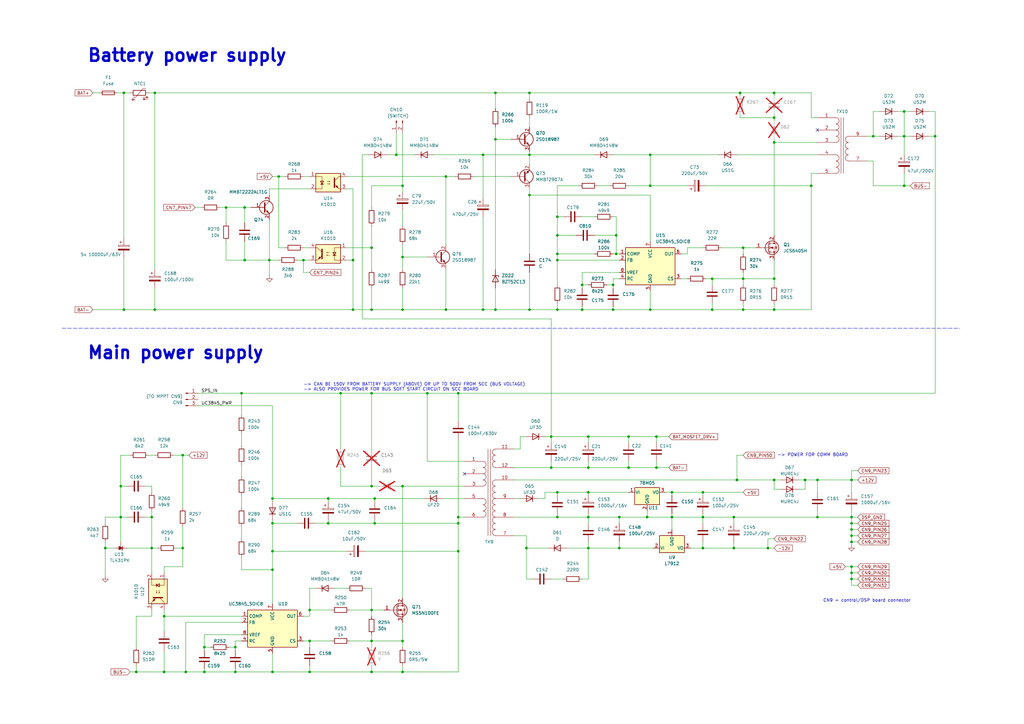
<source format=kicad_sch>
(kicad_sch (version 20250114) (generator "eeschema") (generator_version "9.0")
  (paper "A3")
  (title_block (title "Anern 10.2kW inverter - power supply") (comment 1 "Part of board no. 156-050137-00G(B)"))
  (lib_symbols
    (symbol "Connector:Conn_01x02_Pin" (pin_names (offset 1.016) (hide yes))
      (property "Reference" "J" (at 0 2.54 0))
      (property "Value" "Conn_01x02_Pin" (at 0 -5.08 0))
      (symbol "Conn_01x02_Pin_1_1"
        (pin passive line (at 5.08 0 180) (length 3.81) (name "Pin_1") (number "1"))
        (pin passive line (at 5.08 -2.54 180) (length 3.81) (name "Pin_2") (number "2"))
      )
    )
    (symbol "Connector:Conn_01x03_Pin" (pin_names (offset 1.016) (hide yes))
      (property "Reference" "J" (at 0 5.08 0))
      (property "Value" "Conn_01x03_Pin" (at 0 -5.08 0))
      (symbol "Conn_01x03_Pin_1_1"
        (pin passive line (at 5.08 2.54 180) (length 3.81) (name "Pin_1") (number "1"))
        (pin passive line (at 5.08 0 180) (length 3.81) (name "Pin_2") (number "2"))
        (pin passive line (at 5.08 -2.54 180) (length 3.81) (name "Pin_3") (number "3"))
      )
    )
    (symbol "Device:C" (pin_numbers (hide yes)) (pin_names (offset 0.254))
      (property "Reference" "C" (at 0.635 2.54 0))
      (property "Value" "C" (at 0.635 -2.54 0))
      (symbol "C_1_1"
        (pin passive line (at 0 3.81 270) (length 2.794) (name "~") (number "1"))
        (pin passive line (at 0 -3.81 90) (length 2.794) (name "~") (number "2"))
      )
    )
    (symbol "Device:C_Polarized" (pin_numbers (hide yes)) (pin_names (offset 0.254))
      (property "Reference" "C" (at 0.635 2.54 0))
      (property "Value" "C_Polarized" (at 0.635 -2.54 0))
      (symbol "C_Polarized_1_1"
        (pin passive line (at 0 3.81 270) (length 2.794) (name "~") (number "1"))
        (pin passive line (at 0 -3.81 90) (length 2.794) (name "~") (number "2"))
      )
    )
    (symbol "Device:D" (pin_numbers (hide yes)) (pin_names (offset 1.016) (hide yes))
      (property "Reference" "D" (at 0 2.54 0))
      (property "Value" "D" (at 0 -2.54 0))
      (symbol "D_1_1"
        (pin passive line (at -3.81 0 0) (length 2.54) (name "K") (number "1"))
        (pin passive line (at 3.81 0 180) (length 2.54) (name "A") (number "2"))
      )
    )
    (symbol "Device:D_Zener" (pin_numbers (hide yes)) (pin_names (offset 1.016) (hide yes))
      (property "Reference" "D" (at 0 2.54 0))
      (property "Value" "D_Zener" (at 0 -2.54 0))
      (symbol "D_Zener_1_1"
        (pin passive line (at -3.81 0 0) (length 2.54) (name "K") (number "1"))
        (pin passive line (at 3.81 0 180) (length 2.54) (name "A") (number "2"))
      )
    )
    (symbol "Device:Fuse" (pin_numbers (hide yes)) (pin_names (offset 0))
      (property "Reference" "F" (at 2.032 0 90))
      (property "Value" "Fuse" (at -1.905 0 90))
      (symbol "Fuse_1_1"
        (pin passive line (at 0 3.81 270) (length 1.27) (name "~") (number "1"))
        (pin passive line (at 0 -3.81 90) (length 1.27) (name "~") (number "2"))
      )
    )
    (symbol "Device:Q_NMOS_GDS" (pin_names (offset 0) (hide yes))
      (property "Reference" "Q" (at 5.08 1.27 0))
      (property "Value" "Q_NMOS_GDS" (at 5.08 -1.27 0))
      (symbol "Q_NMOS_GDS_1_1"
        (pin input line (at -5.08 0 0) (length 2.54) (name "G") (number "1"))
        (pin passive line (at 2.54 5.08 270) (length 2.54) (name "D") (number "2"))
        (pin passive line (at 2.54 -5.08 90) (length 2.54) (name "S") (number "3"))
      )
    )
    (symbol "Device:Q_NPN_BCE" (pin_names (offset 0) (hide yes))
      (property "Reference" "Q" (at 5.08 1.27 0))
      (property "Value" "Q_NPN_BCE" (at 5.08 -1.27 0))
      (symbol "Q_NPN_BCE_1_1"
        (pin input line (at -5.08 0 0) (length 5.715) (name "B") (number "1"))
        (pin passive line (at 2.54 5.08 270) (length 2.54) (name "C") (number "2"))
        (pin passive line (at 2.54 -5.08 90) (length 2.54) (name "E") (number "3"))
      )
    )
    (symbol "Device:Q_NPN_BEC" (pin_names (offset 0) (hide yes))
      (property "Reference" "Q" (at 5.08 1.27 0))
      (property "Value" "Q_NPN_BEC" (at 5.08 -1.27 0))
      (symbol "Q_NPN_BEC_1_1"
        (pin input line (at -5.08 0 0) (length 5.715) (name "B") (number "1"))
        (pin passive line (at 2.54 5.08 270) (length 2.54) (name "C") (number "3"))
        (pin passive line (at 2.54 -5.08 90) (length 2.54) (name "E") (number "2"))
      )
    )
    (symbol "Device:Q_PNP_BEC" (pin_names (offset 0) (hide yes))
      (property "Reference" "Q" (at 5.08 1.27 0))
      (property "Value" "Q_PNP_BEC" (at 5.08 -1.27 0))
      (symbol "Q_PNP_BEC_1_1"
        (pin input line (at -5.08 0 0) (length 5.715) (name "B") (number "1"))
        (pin passive line (at 2.54 5.08 270) (length 2.54) (name "C") (number "3"))
        (pin passive line (at 2.54 -5.08 90) (length 2.54) (name "E") (number "2"))
      )
    )
    (symbol "Device:R" (pin_numbers (hide yes)) (pin_names (offset 0))
      (property "Reference" "R" (at 2.032 0 90))
      (property "Value" "R" (at 0 0 90))
      (symbol "R_1_1"
        (pin passive line (at 0 3.81 270) (length 1.27) (name "~") (number "1"))
        (pin passive line (at 0 -3.81 90) (length 1.27) (name "~") (number "2"))
      )
    )
    (symbol "Device:Thermistor_NTC" (pin_numbers (hide yes)) (pin_names (offset 0))
      (property "Reference" "TH" (at -4.445 0 90))
      (property "Value" "Thermistor_NTC" (at 3.175 0 90))
      (symbol "Thermistor_NTC_1_1"
        (pin passive line (at 0 3.81 270) (length 1.27) (name "~") (number "1"))
        (pin passive line (at 0 -3.81 90) (length 1.27) (name "~") (number "2"))
      )
    )
    (symbol "Device:Transformer_1P_2S" (pin_names (offset 1.016) (hide yes))
      (property "Reference" "TX10" (at -0.0001 16.51 0))
      (symbol "Transformer_1P_2S_1_1"
        (pin passive line (at -10.16 13.97 0) (length 7.62) (name "SD") (number "1"))
        (pin passive line (at -10.16 8.89 0) (length 7.62) (name "SD") (number "2"))
        (pin passive line (at -10.16 3.81 0) (length 7.62) (name "SC") (number "3"))
        (pin passive line (at -10.16 -1.27 0) (length 7.62) (name "SB") (number "4"))
        (pin passive line (at -10.16 -8.89 0) (length 7.62) (name "SA") (number "5"))
        (pin passive line (at 10.16 6.35 180) (length 7.62) (name "AB") (number "9"))
        (pin passive line (at 10.16 -3.81 180) (length 7.62) (name "AA") (number "7"))
      )
    )
    (symbol "Isolator:LTV-817" (pin_names (offset 1.016))
      (property "Reference" "U" (at -5.08 5.08 0))
      (property "Value" "LTV-817" (at 0 5.08 0))
      (symbol "LTV-817_1_1"
        (pin passive line (at -7.62 2.54 0) (length 2.54) (name "~") (number "1"))
        (pin passive line (at -7.62 -2.54 0) (length 2.54) (name "~") (number "2"))
        (pin passive line (at 7.62 2.54 180) (length 2.54) (name "~") (number "4"))
        (pin passive line (at 7.62 -2.54 180) (length 2.54) (name "~") (number "3"))
      )
    )
    (symbol "Reference_Voltage:TL431PK" (pin_numbers (hide yes)) (pin_names (hide yes))
      (property "Reference" "U" (at -2.54 2.54 0))
      (property "Value" "TL431PK" (at 0 -2.54 0))
      (symbol "TL431PK_1_1"
        (pin passive line (at -2.54 0 0) (length 1.27) (name "A") (number "2"))
        (pin passive line (at 0 2.54 270) (length 2.54) (name "REF") (number "1"))
        (pin passive line (at 2.54 0 180) (length 1.27) (name "K") (number "3"))
      )
    )
    (symbol "Regulator_Controller:UC3845_SOIC8"
      (property "Reference" "U" (at 3.81 11.43 0))
      (property "Value" "UC3845_SOIC8" (at 3.81 8.89 0))
      (symbol "UC3845_SOIC8_1_1"
        (pin passive line (at -12.7 5.08 0) (length 2.54) (name "COMP") (number "1"))
        (pin input line (at -12.7 2.54 0) (length 2.54) (name "FB") (number "2"))
        (pin power_out line (at -12.7 -2.54 0) (length 2.54) (name "VREF") (number "8"))
        (pin passive line (at -12.7 -5.08 0) (length 2.54) (name "RC") (number "4"))
        (pin power_in line (at 0 10.16 270) (length 2.54) (name "VCC") (number "7"))
        (pin power_in line (at 0 -10.16 90) (length 2.54) (name "GND") (number "5"))
        (pin output line (at 12.7 5.08 180) (length 2.54) (name "OUT") (number "6"))
        (pin input line (at 12.7 -5.08 180) (length 2.54) (name "CS") (number "3"))
      )
    )
    (symbol "Regulator_Linear:L7912" (pin_names (offset 0.254))
      (property "Reference" "U" (at -3.81 -3.175 0))
      (property "Value" "L7912" (at 0 -3.175 0))
      (symbol "L7912_1_1"
        (pin power_in line (at -7.62 0 0) (length 2.54) (name "VI") (number "2"))
        (pin power_in line (at 0 7.62 270) (length 2.54) (name "GND") (number "1"))
        (pin power_out line (at 7.62 0 180) (length 2.54) (name "VO") (number "3"))
      )
    )
    (symbol "Regulator_Linear:LM78M05_TO252" (pin_names (offset 0.254))
      (property "Reference" "U" (at -3.81 3.175 0))
      (property "Value" "LM78M05_TO252" (at 0 3.175 0))
      (symbol "LM78M05_TO252_1_1"
        (pin power_in line (at -7.62 0 0) (length 2.54) (name "VI") (number "1"))
        (pin power_in line (at 0 -7.62 90) (length 2.54) (name "GND") (number "2"))
        (pin power_out line (at 7.62 0 180) (length 2.54) (name "VO") (number "3"))
      )
    )
    (symbol "Transformer_1P_2S_1" (pin_names (offset 1.016) (hide yes))
      (property "Reference" "TX9" (at 0 15.24 0))
      (symbol "Transformer_1P_2S_1_1_1"
        (pin passive line (at -10.16 5.08 0) (length 7.62) (name "AA") (number "1"))
        (pin passive line (at -10.16 0 0) (length 7.62) (name "AB") (number "2"))
        (pin passive line (at -10.16 -5.08 0) (length 7.62) (name "AC") (number "3"))
        (pin passive line (at -10.16 -10.16 0) (length 7.62) (name "SD") (number "5"))
        (pin passive line (at -10.16 -17.78 0) (length 7.62) (name "SC") (number "6"))
        (pin passive line (at 10.16 10.16 180) (length 7.62) (name "SA") (number "11"))
        (pin passive line (at 10.16 2.54 180) (length 7.62) (name "SB") (number "12"))
        (pin passive line (at 10.16 -2.54 180) (length 7.62) (name "SC") (number "10"))
        (pin passive line (at 10.16 -10.16 180) (length 7.62) (name "SD") (number "9"))
        (pin passive line (at 10.16 -17.78 180) (length 7.62) (name "SD") (number "8"))
        (pin passive line (at 10.16 -25.4 180) (length 7.62) (name "SD") (number "7"))
      )
    )
    (symbol "power:GND" (power) (pin_numbers (hide yes)) (pin_names (offset 0) (hide yes))
      (property "Value" "GND" (at 0 -3.81 0))
      (symbol "GND_1_1"
        (pin power_in line (at 0 0 270) (length 0) (name "~") (number "1"))
      )
    )
  )
  (text "CN9 = control/DSP board connector" (at 355.6 246.38 0) (effects (font (size 1.27 1.27))))
  (text "Main power supply" (at 35.56 144.78 0) (effects (font (size 5.08 5.08) (thickness 1.016) (bold yes)) (justify left)))
  (text "-> POWER FOR COMM BOARD" (at 318.77 186.69 0) (effects (font (size 1.27 1.27)) (justify left)))
  (text "Battery power supply" (at 35.56 22.86 0) (effects (font (size 5.08 5.08) (thickness 1.016) (bold yes)) (justify left)))
  (text "-> CAN BE 150V FROM BATTERY SUPPLY (ABOVE) OR UP TO 500V FROM SCC (BUS VOLTAGE)\n-> ALSO PROVIDES POWER FOR BUS SOFT START CIRCUIT ON SCC BOARD" (at 124.46 158.75 0) (effects (font (size 1.27 1.27)) (justify left)))
  (junction (at 63.5 38.1))
  (junction (at 198.12 63.5))
  (junction (at 332.74 76.2))
  (junction (at 288.29 212.09))
  (junction (at 335.28 212.09))
  (junction (at 302.26 196.85))
  (junction (at 134.62 214.63))
  (junction (at 111.76 214.63))
  (junction (at 127 275.59))
  (junction (at 269.24 191.77))
  (junction (at 111.76 275.59))
  (junction (at 110.49 106.68))
  (junction (at 63.5 127))
  (junction (at 55.88 275.59))
  (junction (at 241.3 201.93))
  (junction (at 144.78 106.68))
  (junction (at 165.1 199.39))
  (junction (at 124.46 106.68))
  (junction (at 152.4 262.89))
  (junction (at 182.88 72.39))
  (junction (at 111.76 226.06))
  (junction (at 300.99 212.09))
  (junction (at 96.52 265.43))
  (junction (at 292.1 127))
  (junction (at 241.3 212.09))
  (junction (at 238.76 116.84))
  (junction (at 241.3 224.79))
  (junction (at 304.8 127))
  (junction (at 187.96 214.63))
  (junction (at 67.31 252.73))
  (junction (at 349.25 232.41))
  (junction (at 92.71 85.09))
  (junction (at 96.52 275.59))
  (junction (at 43.18 224.79))
  (junction (at 265.43 212.09))
  (junction (at 349.25 234.95))
  (junction (at 217.17 80.01))
  (junction (at 50.8 38.1))
  (junction (at 152.4 101.6))
  (junction (at 111.76 204.47))
  (junction (at 370.84 76.2))
  (junction (at 266.7 76.2))
  (junction (at 217.17 38.1))
  (junction (at 144.78 127))
  (junction (at 187.96 161.29))
  (junction (at 228.6 88.9))
  (junction (at 317.5 38.1))
  (junction (at 303.53 38.1))
  (junction (at 251.46 127))
  (junction (at 358.14 55.88))
  (junction (at 187.96 212.09))
  (junction (at 198.12 127))
  (junction (at 153.67 204.47))
  (junction (at 252.73 104.14))
  (junction (at 254 224.79))
  (junction (at 76.2 275.59))
  (junction (at 370.84 55.88))
  (junction (at 165.1 127))
  (junction (at 83.82 265.43))
  (junction (at 134.62 204.47))
  (junction (at 152.4 199.39))
  (junction (at 228.6 96.52))
  (junction (at 226.06 179.07))
  (junction (at 349.25 217.17))
  (junction (at 254 212.09))
  (junction (at 203.2 127))
  (junction (at 203.2 57.15))
  (junction (at 152.4 127))
  (junction (at 314.96 224.79))
  (junction (at 49.53 212.09))
  (junction (at 370.84 45.72))
  (junction (at 241.3 179.07))
  (junction (at 215.9 224.79))
  (junction (at 251.46 116.84))
  (junction (at 275.59 201.93))
  (junction (at 288.29 224.79))
  (junction (at 304.8 101.6))
  (junction (at 127 250.19))
  (junction (at 226.06 191.77))
  (junction (at 349.25 219.71))
  (junction (at 317.5 58.42))
  (junction (at 127 262.89))
  (junction (at 111.76 233.68))
  (junction (at 99.06 161.29))
  (junction (at 203.2 38.1))
  (junction (at 114.3 72.39))
  (junction (at 217.17 127))
  (junction (at 317.5 127))
  (junction (at 187.96 226.06))
  (junction (at 165.1 262.89))
  (junction (at 349.25 196.85))
  (junction (at 349.25 212.09))
  (junction (at 383.54 55.88))
  (junction (at 317.5 196.85))
  (junction (at 275.59 212.09))
  (junction (at 74.93 224.79))
  (junction (at 62.23 224.79))
  (junction (at 175.26 161.29))
  (junction (at 238.76 127))
  (junction (at 62.23 212.09))
  (junction (at 153.67 214.63))
  (junction (at 317.5 48.26))
  (junction (at 139.7 161.29))
  (junction (at 228.6 106.68))
  (junction (at 304.8 114.3))
  (junction (at 228.6 212.09))
  (junction (at 217.17 63.5))
  (junction (at 252.73 96.52))
  (junction (at 266.7 63.5))
  (junction (at 335.28 196.85))
  (junction (at 292.1 114.3))
  (junction (at 330.2 196.85))
  (junction (at 300.99 224.79))
  (junction (at 182.88 127))
  (junction (at 288.29 201.93))
  (junction (at 228.6 127))
  (junction (at 241.3 191.77))
  (junction (at 74.93 186.69))
  (junction (at 228.6 104.14))
  (junction (at 257.81 191.77))
  (junction (at 349.25 237.49))
  (junction (at 152.4 250.19))
  (junction (at 162.56 63.5))
  (junction (at 317.5 114.3))
  (junction (at 257.81 179.07))
  (junction (at 67.31 275.59))
  (junction (at 83.82 275.59))
  (junction (at 266.7 127))
  (junction (at 100.33 85.09))
  (junction (at 349.25 214.63))
  (junction (at 165.1 105.41))
  (junction (at 100.33 106.68))
  (junction (at 165.1 76.2))
  (junction (at 152.4 275.59))
  (junction (at 50.8 127))
  (junction (at 49.53 199.39))
  (junction (at 152.4 161.29))
  (junction (at 349.25 222.25))
  (junction (at 269.24 179.07))
  (junction (at 165.1 275.59))
  (junction (at 228.6 201.93))
  (no_connect (at 335.28 53.34))
  (no_connect (at 190.5 194.31))
  (wire (pts (xy 74.93 186.69) (xy 77.47 186.69)))
  (wire (pts (xy 198.12 63.5) (xy 217.17 63.5)))
  (wire (pts (xy 358.14 45.72) (xy 358.14 55.88)))
  (wire (pts (xy 238.76 125.73) (xy 238.76 127)))
  (wire (pts (xy 116.84 101.6) (xy 114.3 101.6)))
  (wire (pts (xy 43.18 214.63) (xy 43.18 212.09)))
  (wire (pts (xy 335.28 209.55) (xy 335.28 212.09)))
  (wire (pts (xy 317.5 114.3) (xy 317.5 116.84)))
  (wire (pts (xy 134.62 204.47) (xy 153.67 204.47)))
  (wire (pts (xy 257.81 76.2) (xy 266.7 76.2)))
  (wire (pts (xy 92.71 85.09) (xy 100.33 85.09)))
  (wire (pts (xy 368.3 45.72) (xy 370.84 45.72)))
  (wire (pts (xy 49.53 186.69) (xy 49.53 199.39)))
  (wire (pts (xy 254 114.3) (xy 251.46 114.3)))
  (wire (pts (xy 381 55.88) (xy 383.54 55.88)))
  (wire (pts (xy 304.8 116.84) (xy 304.8 114.3)))
  (wire (pts (xy 67.31 275.59) (xy 76.2 275.59)))
  (wire (pts (xy 226.06 189.23) (xy 226.06 191.77)))
  (wire (pts (xy 158.75 63.5) (xy 162.56 63.5)))
  (wire (pts (xy 165.1 100.33) (xy 165.1 105.41)))
  (wire (pts (xy 152.4 92.71) (xy 152.4 101.6)))
  (wire (pts (xy 381 45.72) (xy 383.54 45.72)))
  (wire (pts (xy 99.06 255.27) (xy 76.2 255.27)))
  (wire (pts (xy 335.28 196.85) (xy 330.2 196.85)))
  (wire (pts (xy 228.6 106.68) (xy 228.6 116.84)))
  (wire (pts (xy 81.28 161.29) (xy 99.06 161.29)))
  (wire (pts (xy 43.18 222.25) (xy 43.18 224.79)))
  (wire (pts (xy 187.96 226.06) (xy 187.96 275.59)))
  (wire (pts (xy 288.29 201.93) (xy 304.8 201.93)))
  (wire (pts (xy 251.46 125.73) (xy 251.46 127)))
  (wire (pts (xy 99.06 262.89) (xy 96.52 262.89)))
  (wire (pts (xy 110.49 90.17) (xy 110.49 106.68)))
  (wire (pts (xy 317.5 48.26) (xy 317.5 49.53)))
  (wire (pts (xy 46.99 224.79) (xy 43.18 224.79)))
  (wire (pts (xy 223.52 201.93) (xy 228.6 201.93)))
  (wire (pts (xy 50.8 38.1) (xy 50.8 97.79)))
  (wire (pts (xy 257.81 189.23) (xy 257.81 191.77)))
  (wire (pts (xy 62.23 209.55) (xy 62.23 212.09)))
  (wire (pts (xy 327.66 196.85) (xy 330.2 196.85)))
  (wire (pts (xy 99.06 161.29) (xy 99.06 170.18)))
  (wire (pts (xy 300.99 224.79) (xy 314.96 224.79)))
  (wire (pts (xy 228.6 88.9) (xy 228.6 96.52)))
  (wire (pts (xy 238.76 237.49) (xy 241.3 237.49)))
  (wire (pts (xy 80.01 85.09) (xy 82.55 85.09)))
  (wire (pts (xy 223.52 179.07) (xy 226.06 179.07)))
  (wire (pts (xy 67.31 252.73) (xy 99.06 252.73)))
  (wire (pts (xy 210.82 184.15) (xy 213.36 184.15)))
  (wire (pts (xy 127 275.59) (xy 111.76 275.59)))
  (wire (pts (xy 292.1 114.3) (xy 292.1 116.84)))
  (wire (pts (xy 251.46 104.14) (xy 252.73 104.14)))
  (wire (pts (xy 50.8 105.41) (xy 50.8 127)))
  (wire (pts (xy 110.49 106.68) (xy 110.49 113.03)))
  (wire (pts (xy 237.49 76.2) (xy 228.6 76.2)))
  (wire (pts (xy 349.25 222.25) (xy 351.79 222.25)))
  (wire (pts (xy 203.2 38.1) (xy 217.17 38.1)))
  (wire (pts (xy 148.59 130.81) (xy 226.06 130.81)))
  (wire (pts (xy 251.46 116.84) (xy 251.46 118.11)))
  (wire (pts (xy 248.92 116.84) (xy 251.46 116.84)))
  (wire (pts (xy 349.25 193.04) (xy 351.79 193.04)))
  (wire (pts (xy 288.29 224.79) (xy 283.21 224.79)))
  (wire (pts (xy 360.68 45.72) (xy 358.14 45.72)))
  (wire (pts (xy 152.4 191.77) (xy 152.4 199.39)))
  (wire (pts (xy 152.4 161.29) (xy 175.26 161.29)))
  (wire (pts (xy 266.7 127) (xy 292.1 127)))
  (wire (pts (xy 124.46 262.89) (xy 127 262.89)))
  (wire (pts (xy 49.53 199.39) (xy 52.07 199.39)))
  (wire (pts (xy 217.17 80.01) (xy 217.17 104.14)))
  (wire (pts (xy 62.23 199.39) (xy 62.23 201.93)))
  (wire (pts (xy 139.7 191.77) (xy 139.7 199.39)))
  (wire (pts (xy 142.24 72.39) (xy 182.88 72.39)))
  (wire (pts (xy 226.06 179.07) (xy 226.06 181.61)))
  (wire (pts (xy 152.4 275.59) (xy 127 275.59)))
  (wire (pts (xy 149.86 241.3) (xy 152.4 241.3)))
  (wire (pts (xy 302.26 186.69) (xy 302.26 196.85)))
  (wire (pts (xy 273.05 201.93) (xy 275.59 201.93)))
  (wire (pts (xy 83.82 260.35) (xy 83.82 265.43)))
  (wire (pts (xy 124.46 252.73) (xy 127 252.73)))
  (wire (pts (xy 241.3 212.09) (xy 228.6 212.09)))
  (wire (pts (xy 99.06 161.29) (xy 139.7 161.29)))
  (wire (pts (xy 62.23 250.19) (xy 62.23 252.73)))
  (wire (pts (xy 304.8 186.69) (xy 302.26 186.69)))
  (wire (pts (xy 203.2 57.15) (xy 209.55 57.15)))
  (wire (pts (xy 90.17 85.09) (xy 92.71 85.09)))
  (wire (pts (xy 162.56 63.5) (xy 170.18 63.5)))
  (wire (pts (xy 55.88 273.05) (xy 55.88 275.59)))
  (wire (pts (xy 59.69 199.39) (xy 62.23 199.39)))
  (wire (pts (xy 71.12 186.69) (xy 74.93 186.69)))
  (wire (pts (xy 187.96 161.29) (xy 383.54 161.29)))
  (wire (pts (xy 238.76 88.9) (xy 243.84 88.9)))
  (wire (pts (xy 162.56 199.39) (xy 165.1 199.39)))
  (wire (pts (xy 332.74 38.1) (xy 332.74 48.26)))
  (wire (pts (xy 152.4 250.19) (xy 152.4 252.73)))
  (wire (pts (xy 241.3 179.07) (xy 226.06 179.07)))
  (wire (pts (xy 76.2 255.27) (xy 76.2 275.59)))
  (wire (pts (xy 288.29 203.2) (xy 288.29 201.93)))
  (wire (pts (xy 281.94 104.14) (xy 281.94 101.6)))
  (wire (pts (xy 62.23 224.79) (xy 62.23 234.95)))
  (wire (pts (xy 134.62 204.47) (xy 134.62 205.74)))
  (wire (pts (xy 49.53 199.39) (xy 49.53 212.09)))
  (wire (pts (xy 257.81 191.77) (xy 241.3 191.77)))
  (wire (pts (xy 303.53 38.1) (xy 303.53 39.37)))
  (wire (pts (xy 100.33 99.06) (xy 100.33 106.68)))
  (wire (pts (xy 251.46 127) (xy 266.7 127)))
  (wire (pts (xy 153.67 204.47) (xy 173.99 204.47)))
  (wire (pts (xy 63.5 118.11) (xy 63.5 127)))
  (wire (pts (xy 217.17 62.23) (xy 217.17 63.5)))
  (wire (pts (xy 241.3 222.25) (xy 241.3 224.79)))
  (wire (pts (xy 349.25 237.49) (xy 351.79 237.49)))
  (wire (pts (xy 127 250.19) (xy 135.89 250.19)))
  (wire (pts (xy 266.7 76.2) (xy 281.94 76.2)))
  (wire (pts (xy 358.14 55.88) (xy 355.6 55.88)))
  (wire (pts (xy 100.33 91.44) (xy 100.33 85.09)))
  (wire (pts (xy 83.82 265.43) (xy 86.36 265.43)))
  (wire (pts (xy 349.25 212.09) (xy 335.28 212.09)))
  (wire (pts (xy 330.2 200.66) (xy 327.66 200.66)))
  (wire (pts (xy 53.34 275.59) (xy 55.88 275.59)))
  (wire (pts (xy 62.23 212.09) (xy 62.23 224.79)))
  (wire (pts (xy 332.74 71.12) (xy 332.74 76.2)))
  (wire (pts (xy 275.59 201.93) (xy 275.59 203.2)))
  (wire (pts (xy 67.31 234.95) (xy 67.31 232.41)))
  (wire (pts (xy 67.31 275.59) (xy 55.88 275.59)))
  (wire (pts (xy 190.5 189.23) (xy 175.26 189.23)))
  (wire (pts (xy 49.53 212.09) (xy 49.53 222.25)))
  (wire (pts (xy 368.3 55.88) (xy 370.84 55.88)))
  (wire (pts (xy 370.84 71.12) (xy 370.84 76.2)))
  (wire (pts (xy 142.24 101.6) (xy 152.4 101.6)))
  (wire (pts (xy 72.39 224.79) (xy 74.93 224.79)))
  (wire (pts (xy 139.7 161.29) (xy 139.7 184.15)))
  (wire (pts (xy 52.07 224.79) (xy 62.23 224.79)))
  (wire (pts (xy 302.26 63.5) (xy 335.28 63.5)))
  (wire (pts (xy 99.06 177.8) (xy 99.06 182.88)))
  (wire (pts (xy 182.88 127) (xy 198.12 127)))
  (wire (pts (xy 92.71 106.68) (xy 100.33 106.68)))
  (wire (pts (xy 228.6 201.93) (xy 228.6 203.2)))
  (wire (pts (xy 152.4 273.05) (xy 152.4 275.59)))
  (wire (pts (xy 317.5 220.98) (xy 314.96 220.98)))
  (wire (pts (xy 257.81 191.77) (xy 269.24 191.77)))
  (wire (pts (xy 152.4 76.2) (xy 152.4 85.09)))
  (wire (pts (xy 304.8 101.6) (xy 304.8 104.14)))
  (wire (pts (xy 288.29 212.09) (xy 275.59 212.09)))
  (wire (pts (xy 317.5 127) (xy 332.74 127)))
  (wire (pts (xy 148.59 63.5) (xy 148.59 130.81)))
  (wire (pts (xy 266.7 63.5) (xy 294.64 63.5)))
  (wire (pts (xy 96.52 265.43) (xy 96.52 266.7)))
  (wire (pts (xy 220.98 204.47) (xy 223.52 204.47)))
  (wire (pts (xy 74.93 215.9) (xy 74.93 224.79)))
  (wire (pts (xy 215.9 219.71) (xy 215.9 224.79)))
  (wire (pts (xy 152.4 250.19) (xy 157.48 250.19)))
  (wire (pts (xy 228.6 104.14) (xy 243.84 104.14)))
  (wire (pts (xy 228.6 96.52) (xy 236.22 96.52)))
  (wire (pts (xy 292.1 127) (xy 304.8 127)))
  (wire (pts (xy 351.79 196.85) (xy 349.25 196.85)))
  (wire (pts (xy 137.16 241.3) (xy 142.24 241.3)))
  (wire (pts (xy 43.18 212.09) (xy 49.53 212.09)))
  (wire (pts (xy 153.67 214.63) (xy 187.96 214.63)))
  (wire (pts (xy 332.74 76.2) (xy 332.74 127)))
  (wire (pts (xy 223.52 204.47) (xy 223.52 201.93)))
  (wire (pts (xy 241.3 212.09) (xy 241.3 214.63)))
  (wire (pts (xy 55.88 252.73) (xy 55.88 265.43)))
  (wire (pts (xy 383.54 45.72) (xy 383.54 55.88)))
  (wire (pts (xy 203.2 110.49) (xy 203.2 57.15)))
  (wire (pts (xy 67.31 232.41) (xy 74.93 232.41)))
  (wire (pts (xy 111.76 233.68) (xy 111.76 247.65)))
  (wire (pts (xy 349.25 222.25) (xy 349.25 223.52)))
  (wire (pts (xy 370.84 45.72) (xy 370.84 55.88)))
  (wire (pts (xy 111.76 214.63) (xy 111.76 226.06)))
  (wire (pts (xy 111.76 226.06) (xy 111.76 233.68)))
  (wire (pts (xy 254 212.09) (xy 254 214.63)))
  (wire (pts (xy 83.82 265.43) (xy 83.82 266.7)))
  (wire (pts (xy 49.53 212.09) (xy 52.07 212.09)))
  (wire (pts (xy 96.52 275.59) (xy 83.82 275.59)))
  (wire (pts (xy 165.1 275.59) (xy 152.4 275.59)))
  (wire (pts (xy 38.1 38.1) (xy 40.64 38.1)))
  (wire (pts (xy 152.4 265.43) (xy 152.4 262.89)))
  (wire (pts (xy 370.84 76.2) (xy 373.38 76.2)))
  (wire (pts (xy 144.78 77.47) (xy 144.78 106.68)))
  (wire (pts (xy 50.8 127) (xy 63.5 127)))
  (wire (pts (xy 114.3 101.6) (xy 114.3 72.39)))
  (wire (pts (xy 288.29 210.82) (xy 288.29 212.09)))
  (wire (pts (xy 317.5 106.68) (xy 317.5 114.3)))
  (wire (pts (xy 148.59 63.5) (xy 151.13 63.5)))
  (wire (pts (xy 335.28 212.09) (xy 300.99 212.09)))
  (wire (pts (xy 111.76 275.59) (xy 96.52 275.59)))
  (wire (pts (xy 241.3 201.93) (xy 228.6 201.93)))
  (wire (pts (xy 228.6 88.9) (xy 231.14 88.9)))
  (wire (pts (xy 238.76 111.76) (xy 254 111.76)))
  (wire (pts (xy 370.84 55.88) (xy 373.38 55.88)))
  (wire (pts (xy 303.53 48.26) (xy 317.5 48.26)))
  (wire (pts (xy 257.81 179.07) (xy 241.3 179.07)))
  (wire (pts (xy 217.17 127) (xy 228.6 127)))
  (wire (pts (xy 349.25 237.49) (xy 349.25 234.95)))
  (wire (pts (xy 304.8 114.3) (xy 317.5 114.3)))
  (wire (pts (xy 165.1 275.59) (xy 187.96 275.59)))
  (wire (pts (xy 228.6 96.52) (xy 228.6 104.14)))
  (wire (pts (xy 252.73 104.14) (xy 254 104.14)))
  (wire (pts (xy 48.26 38.1) (xy 50.8 38.1)))
  (wire (pts (xy 127 262.89) (xy 135.89 262.89)))
  (wire (pts (xy 203.2 38.1) (xy 203.2 44.45)))
  (wire (pts (xy 53.34 38.1) (xy 50.8 38.1)))
  (wire (pts (xy 187.96 212.09) (xy 187.96 214.63)))
  (wire (pts (xy 152.4 260.35) (xy 152.4 262.89)))
  (wire (pts (xy 358.14 55.88) (xy 360.68 55.88)))
  (wire (pts (xy 152.4 262.89) (xy 165.1 262.89)))
  (wire (pts (xy 349.25 219.71) (xy 351.79 219.71)))
  (wire (pts (xy 243.84 63.5) (xy 217.17 63.5)))
  (wire (pts (xy 124.46 106.68) (xy 127 106.68)))
  (wire (pts (xy 144.78 106.68) (xy 144.78 127)))
  (wire (pts (xy 60.96 38.1) (xy 63.5 38.1)))
  (wire (pts (xy 228.6 124.46) (xy 228.6 127)))
  (wire (pts (xy 217.17 63.5) (xy 217.17 67.31)))
  (wire (pts (xy 228.6 104.14) (xy 228.6 106.68)))
  (wire (pts (xy 303.53 38.1) (xy 317.5 38.1)))
  (wire (pts (xy 67.31 252.73) (xy 67.31 259.08)))
  (wire (pts (xy 300.99 212.09) (xy 288.29 212.09)))
  (wire (pts (xy 266.7 119.38) (xy 266.7 127)))
  (wire (pts (xy 127 252.73) (xy 127 250.19)))
  (wire (pts (xy 143.51 250.19) (xy 152.4 250.19)))
  (wire (pts (xy 187.96 180.34) (xy 187.96 212.09)))
  (wire (pts (xy 295.91 101.6) (xy 304.8 101.6)))
  (wire (pts (xy 165.1 105.41) (xy 175.26 105.41)))
  (wire (pts (xy 241.3 189.23) (xy 241.3 191.77)))
  (wire (pts (xy 111.76 226.06) (xy 142.24 226.06)))
  (wire (pts (xy 190.5 212.09) (xy 187.96 212.09)))
  (wire (pts (xy 228.6 76.2) (xy 228.6 88.9)))
  (wire (pts (xy 349.25 212.09) (xy 349.25 214.63)))
  (wire (pts (xy 349.25 234.95) (xy 349.25 232.41)))
  (wire (pts (xy 49.53 186.69) (xy 53.34 186.69)))
  (wire (pts (xy 144.78 127) (xy 152.4 127)))
  (wire (pts (xy 215.9 237.49) (xy 215.9 224.79)))
  (wire (pts (xy 67.31 250.19) (xy 67.31 252.73)))
  (wire (pts (xy 92.71 85.09) (xy 92.71 91.44)))
  (wire (pts (xy 121.92 214.63) (xy 111.76 214.63)))
  (wire (pts (xy 152.4 161.29) (xy 152.4 184.15)))
  (wire (pts (xy 349.25 219.71) (xy 349.25 222.25)))
  (wire (pts (xy 304.8 101.6) (xy 309.88 101.6)))
  (wire (pts (xy 217.17 38.1) (xy 303.53 38.1)))
  (wire (pts (xy 74.93 186.69) (xy 74.93 208.28)))
  (wire (pts (xy 275.59 210.82) (xy 275.59 212.09)))
  (wire (pts (xy 279.4 104.14) (xy 281.94 104.14)))
  (wire (pts (xy 210.82 196.85) (xy 302.26 196.85)))
  (wire (pts (xy 349.25 217.17) (xy 351.79 217.17)))
  (wire (pts (xy 288.29 201.93) (xy 275.59 201.93)))
  (wire (pts (xy 254 212.09) (xy 241.3 212.09)))
  (wire (pts (xy 238.76 111.76) (xy 238.76 116.84)))
  (wire (pts (xy 269.24 181.61) (xy 269.24 179.07)))
  (wire (pts (xy 320.04 200.66) (xy 317.5 200.66)))
  (wire (pts (xy 317.5 196.85) (xy 320.04 196.85)))
  (wire (pts (xy 292.1 114.3) (xy 304.8 114.3)))
  (wire (pts (xy 62.23 224.79) (xy 64.77 224.79)))
  (wire (pts (xy 217.17 80.01) (xy 266.7 80.01)))
  (wire (pts (xy 257.81 179.07) (xy 269.24 179.07)))
  (wire (pts (xy 96.52 265.43) (xy 93.98 265.43)))
  (wire (pts (xy 100.33 106.68) (xy 110.49 106.68)))
  (wire (pts (xy 182.88 110.49) (xy 182.88 127)))
  (wire (pts (xy 317.5 196.85) (xy 317.5 200.66)))
  (wire (pts (xy 241.3 201.93) (xy 257.81 201.93)))
  (wire (pts (xy 111.76 214.63) (xy 111.76 213.36)))
  (wire (pts (xy 245.11 76.2) (xy 250.19 76.2)))
  (wire (pts (xy 81.28 166.37) (xy 111.76 166.37)))
  (wire (pts (xy 317.5 46.99) (xy 317.5 48.26)))
  (wire (pts (xy 63.5 127) (xy 144.78 127)))
  (wire (pts (xy 226.06 237.49) (xy 231.14 237.49)))
  (wire (pts (xy 269.24 189.23) (xy 269.24 191.77)))
  (wire (pts (xy 349.25 214.63) (xy 351.79 214.63)))
  (wire (pts (xy 349.25 214.63) (xy 349.25 217.17)))
  (wire (pts (xy 124.46 72.39) (xy 127 72.39)))
  (wire (pts (xy 370.84 76.2) (xy 358.14 76.2)))
  (wire (pts (xy 165.1 127) (xy 182.88 127)))
  (wire (pts (xy 218.44 237.49) (xy 215.9 237.49)))
  (wire (pts (xy 304.8 127) (xy 317.5 127)))
  (wire (pts (xy 288.29 212.09) (xy 288.29 214.63)))
  (wire (pts (xy 198.12 88.9) (xy 198.12 127)))
  (wire (pts (xy 252.73 96.52) (xy 252.73 104.14)))
  (wire (pts (xy 63.5 38.1) (xy 203.2 38.1)))
  (wire (pts (xy 228.6 212.09) (xy 210.82 212.09)))
  (wire (pts (xy 314.96 224.79) (xy 317.5 224.79)))
  (wire (pts (xy 335.28 196.85) (xy 335.28 201.93)))
  (wire (pts (xy 288.29 222.25) (xy 288.29 224.79)))
  (wire (pts (xy 110.49 106.68) (xy 114.3 106.68)))
  (wire (pts (xy 226.06 130.81) (xy 226.06 179.07)))
  (wire (pts (xy 266.7 76.2) (xy 266.7 63.5)))
  (wire (pts (xy 317.5 127) (xy 317.5 124.46)))
  (wire (pts (xy 257.81 181.61) (xy 257.81 179.07)))
  (wire (pts (xy 241.3 181.61) (xy 241.3 179.07)))
  (wire (pts (xy 330.2 196.85) (xy 330.2 200.66)))
  (wire (pts (xy 127 273.05) (xy 127 275.59)))
  (wire (pts (xy 142.24 77.47) (xy 144.78 77.47)))
  (wire (pts (xy 96.52 274.32) (xy 96.52 275.59)))
  (wire (pts (xy 152.4 76.2) (xy 165.1 76.2)))
  (wire (pts (xy 182.88 72.39) (xy 182.88 100.33)))
  (wire (pts (xy 175.26 161.29) (xy 187.96 161.29)))
  (wire (pts (xy 127 77.47) (xy 110.49 77.47)))
  (wire (pts (xy 217.17 77.47) (xy 217.17 80.01)))
  (polyline (pts (xy 25.4 134.62) (xy 393.7 134.62)) (stroke (width 0) (type dash)))
  (wire (pts (xy 232.41 224.79) (xy 241.3 224.79)))
  (wire (pts (xy 349.25 232.41) (xy 351.79 232.41)))
  (wire (pts (xy 63.5 38.1) (xy 63.5 110.49)))
  (wire (pts (xy 162.56 54.61) (xy 162.56 63.5)))
  (wire (pts (xy 349.25 193.04) (xy 349.25 196.85)))
  (wire (pts (xy 300.99 222.25) (xy 300.99 224.79)))
  (wire (pts (xy 317.5 57.15) (xy 317.5 58.42)))
  (wire (pts (xy 198.12 63.5) (xy 198.12 81.28)))
  (wire (pts (xy 99.06 228.6) (xy 99.06 233.68)))
  (wire (pts (xy 144.78 106.68) (xy 142.24 106.68)))
  (wire (pts (xy 292.1 124.46) (xy 292.1 127)))
  (wire (pts (xy 238.76 127) (xy 251.46 127)))
  (wire (pts (xy 165.1 262.89) (xy 165.1 265.43)))
  (wire (pts (xy 165.1 76.2) (xy 165.1 78.74)))
  (wire (pts (xy 289.56 114.3) (xy 292.1 114.3)))
  (wire (pts (xy 269.24 191.77) (xy 274.32 191.77)))
  (wire (pts (xy 198.12 127) (xy 203.2 127)))
  (wire (pts (xy 111.76 204.47) (xy 134.62 204.47)))
  (wire (pts (xy 203.2 127) (xy 217.17 127)))
  (wire (pts (xy 134.62 213.36) (xy 134.62 214.63)))
  (wire (pts (xy 228.6 106.68) (xy 254 106.68)))
  (wire (pts (xy 99.06 215.9) (xy 99.06 220.98)))
  (wire (pts (xy 351.79 234.95) (xy 349.25 234.95)))
  (wire (pts (xy 127 241.3) (xy 127 250.19)))
  (wire (pts (xy 265.43 212.09) (xy 254 212.09)))
  (wire (pts (xy 238.76 116.84) (xy 241.3 116.84)))
  (wire (pts (xy 349.25 209.55) (xy 349.25 212.09)))
  (wire (pts (xy 349.25 217.17) (xy 349.25 219.71)))
  (wire (pts (xy 177.8 63.5) (xy 198.12 63.5)))
  (wire (pts (xy 217.17 38.1) (xy 217.17 40.64)))
  (wire (pts (xy 349.25 196.85) (xy 349.25 201.93)))
  (wire (pts (xy 317.5 38.1) (xy 317.5 39.37)))
  (wire (pts (xy 251.46 114.3) (xy 251.46 116.84)))
  (wire (pts (xy 110.49 77.47) (xy 110.49 80.01)))
  (wire (pts (xy 153.67 204.47) (xy 153.67 205.74)))
  (wire (pts (xy 152.4 199.39) (xy 154.94 199.39)))
  (wire (pts (xy 43.18 224.79) (xy 43.18 236.22)))
  (wire (pts (xy 165.1 86.36) (xy 165.1 92.71)))
  (wire (pts (xy 165.1 105.41) (xy 165.1 110.49)))
  (wire (pts (xy 349.25 240.03) (xy 349.25 237.49)))
  (wire (pts (xy 194.31 72.39) (xy 209.55 72.39)))
  (wire (pts (xy 175.26 189.23) (xy 175.26 161.29)))
  (wire (pts (xy 181.61 204.47) (xy 190.5 204.47)))
  (wire (pts (xy 275.59 212.09) (xy 265.43 212.09)))
  (wire (pts (xy 303.53 46.99) (xy 303.53 48.26)))
  (wire (pts (xy 269.24 179.07) (xy 274.32 179.07)))
  (wire (pts (xy 99.06 203.2) (xy 99.06 208.28)))
  (wire (pts (xy 228.6 127) (xy 238.76 127)))
  (wire (pts (xy 96.52 262.89) (xy 96.52 265.43)))
  (wire (pts (xy 302.26 196.85) (xy 317.5 196.85)))
  (wire (pts (xy 165.1 273.05) (xy 165.1 275.59)))
  (wire (pts (xy 289.56 76.2) (xy 332.74 76.2)))
  (wire (pts (xy 187.96 214.63) (xy 187.96 226.06)))
  (wire (pts (xy 92.71 99.06) (xy 92.71 106.68)))
  (wire (pts (xy 111.76 166.37) (xy 111.76 204.47)))
  (wire (pts (xy 217.17 48.26) (xy 217.17 52.07)))
  (wire (pts (xy 203.2 52.07) (xy 203.2 57.15)))
  (wire (pts (xy 304.8 124.46) (xy 304.8 127)))
  (wire (pts (xy 165.1 255.27) (xy 165.1 262.89)))
  (wire (pts (xy 102.87 85.09) (xy 100.33 85.09)))
  (wire (pts (xy 349.25 196.85) (xy 335.28 196.85)))
  (wire (pts (xy 83.82 274.32) (xy 83.82 275.59)))
  (wire (pts (xy 124.46 101.6) (xy 127 101.6)))
  (wire (pts (xy 127 262.89) (xy 127 265.43)))
  (wire (pts (xy 134.62 214.63) (xy 153.67 214.63)))
  (wire (pts (xy 252.73 88.9) (xy 252.73 96.52)))
  (wire (pts (xy 275.59 212.09) (xy 275.59 217.17)))
  (wire (pts (xy 165.1 199.39) (xy 190.5 199.39)))
  (wire (pts (xy 241.3 191.77) (xy 226.06 191.77)))
  (wire (pts (xy 152.4 118.11) (xy 152.4 127)))
  (wire (pts (xy 114.3 72.39) (xy 116.84 72.39)))
  (wire (pts (xy 121.92 106.68) (xy 124.46 106.68)))
  (wire (pts (xy 74.93 232.41) (xy 74.93 224.79)))
  (wire (pts (xy 228.6 210.82) (xy 228.6 212.09)))
  (wire (pts (xy 99.06 260.35) (xy 83.82 260.35)))
  (wire (pts (xy 143.51 262.89) (xy 152.4 262.89)))
  (wire (pts (xy 279.4 114.3) (xy 281.94 114.3)))
  (wire (pts (xy 241.3 203.2) (xy 241.3 201.93)))
  (wire (pts (xy 99.06 233.68) (xy 111.76 233.68)))
  (wire (pts (xy 165.1 245.11) (xy 165.1 199.39)))
  (wire (pts (xy 213.36 179.07) (xy 215.9 179.07)))
  (wire (pts (xy 358.14 66.04) (xy 358.14 76.2)))
  (wire (pts (xy 254 224.79) (xy 267.97 224.79)))
  (wire (pts (xy 300.99 212.09) (xy 300.99 214.63)))
  (wire (pts (xy 165.1 118.11) (xy 165.1 127)))
  (wire (pts (xy 129.54 241.3) (xy 127 241.3)))
  (wire (pts (xy 265.43 209.55) (xy 265.43 212.09)))
  (wire (pts (xy 370.84 55.88) (xy 370.84 63.5)))
  (wire (pts (xy 210.82 204.47) (xy 213.36 204.47)))
  (wire (pts (xy 67.31 266.7) (xy 67.31 275.59)))
  (wire (pts (xy 332.74 48.26) (xy 335.28 48.26)))
  (wire (pts (xy 152.4 127) (xy 165.1 127)))
  (wire (pts (xy 251.46 63.5) (xy 266.7 63.5)))
  (wire (pts (xy 241.3 210.82) (xy 241.3 212.09)))
  (wire (pts (xy 111.76 267.97) (xy 111.76 275.59)))
  (wire (pts (xy 217.17 111.76) (xy 217.17 127)))
  (wire (pts (xy 335.28 58.42) (xy 317.5 58.42)))
  (wire (pts (xy 335.28 71.12) (xy 332.74 71.12)))
  (wire (pts (xy 317.5 58.42) (xy 317.5 96.52)))
  (wire (pts (xy 304.8 111.76) (xy 304.8 114.3)))
  (wire (pts (xy 59.69 212.09) (xy 62.23 212.09)))
  (wire (pts (xy 251.46 88.9) (xy 252.73 88.9)))
  (wire (pts (xy 76.2 275.59) (xy 83.82 275.59)))
  (wire (pts (xy 351.79 240.03) (xy 349.25 240.03)))
  (wire (pts (xy 203.2 118.11) (xy 203.2 127)))
  (wire (pts (xy 281.94 101.6) (xy 288.29 101.6)))
  (wire (pts (xy 349.25 212.09) (xy 351.79 212.09)))
  (wire (pts (xy 346.71 232.41) (xy 349.25 232.41)))
  (wire (pts (xy 99.06 190.5) (xy 99.06 195.58)))
  (wire (pts (xy 241.3 237.49) (xy 241.3 224.79)))
  (wire (pts (xy 226.06 191.77) (xy 210.82 191.77)))
  (wire (pts (xy 149.86 226.06) (xy 187.96 226.06)))
  (wire (pts (xy 254 222.25) (xy 254 224.79)))
  (wire (pts (xy 139.7 161.29) (xy 152.4 161.29)))
  (wire (pts (xy 139.7 199.39) (xy 152.4 199.39)))
  (wire (pts (xy 111.76 72.39) (xy 114.3 72.39)))
  (wire (pts (xy 124.46 111.76) (xy 124.46 106.68)))
  (wire (pts (xy 213.36 184.15) (xy 213.36 179.07)))
  (wire (pts (xy 182.88 72.39) (xy 186.69 72.39)))
  (wire (pts (xy 187.96 161.29) (xy 187.96 172.72)))
  (wire (pts (xy 383.54 161.29) (xy 383.54 55.88)))
  (wire (pts (xy 152.4 241.3) (xy 152.4 250.19)))
  (wire (pts (xy 62.23 252.73) (xy 55.88 252.73)))
  (wire (pts (xy 317.5 38.1) (xy 332.74 38.1)))
  (wire (pts (xy 210.82 219.71) (xy 215.9 219.71)))
  (wire (pts (xy 165.1 54.61) (xy 165.1 76.2)))
  (wire (pts (xy 370.84 45.72) (xy 373.38 45.72)))
  (wire (pts (xy 238.76 116.84) (xy 238.76 118.11)))
  (wire (pts (xy 300.99 224.79) (xy 288.29 224.79)))
  (wire (pts (xy 152.4 101.6) (xy 152.4 110.49)))
  (wire (pts (xy 38.1 127) (xy 50.8 127)))
  (wire (pts (xy 129.54 214.63) (xy 134.62 214.63)))
  (wire (pts (xy 111.76 204.47) (xy 111.76 205.74)))
  (wire (pts (xy 127 111.76) (xy 124.46 111.76)))
  (wire (pts (xy 243.84 96.52) (xy 252.73 96.52)))
  (wire (pts (xy 254 224.79) (xy 241.3 224.79)))
  (wire (pts (xy 266.7 80.01) (xy 266.7 99.06)))
  (wire (pts (xy 314.96 220.98) (xy 314.96 224.79)))
  (wire (pts (xy 60.96 186.69) (xy 63.5 186.69)))
  (wire (pts (xy 355.6 66.04) (xy 358.14 66.04)))
  (wire (pts (xy 153.67 213.36) (xy 153.67 214.63)))
  (wire (pts (xy 215.9 224.79) (xy 224.79 224.79)))
  (label "SPS_IN" (at 82.55 161.29 0))
  (label "UC3845_PWR" (at 82.55 166.37 0))
  (global_label "BAT-" (shape input) (at 274.32 191.77 0) (property "Intersheetrefs" "${INTERSHEET_REFS}" (effects (hide yes))))
  (global_label "CN9_PIN50" (shape input) (at 304.8 186.69 0) (property "Intersheetrefs" "${INTERSHEET_REFS}" (effects (hide yes))))
  (global_label "CN9_PIN26" (shape input) (at 351.79 217.17 0) (effects (font (thickness 0.1588))) (property "Intersheetrefs" "${INTERSHEET_REFS}" (effects (hide yes))))
  (global_label "-12V" (shape input) (at 317.5 224.79 0) (property "Intersheetrefs" "${INTERSHEET_REFS}" (effects (hide yes))))
  (global_label "+12V" (shape input) (at 77.47 186.69 0) (property "Intersheetrefs" "${INTERSHEET_REFS}" (effects (hide yes))))
  (global_label "CN9_PIN22" (shape input) (at 317.5 220.98 0) (property "Intersheetrefs" "${INTERSHEET_REFS}" (effects (hide yes))))
  (global_label "BAT+" (shape input) (at 38.1 38.1 180) (property "Intersheetrefs" "${INTERSHEET_REFS}" (effects (hide yes))))
  (global_label "+5V" (shape input) (at 111.76 72.39 180) (property "Intersheetrefs" "${INTERSHEET_REFS}" (effects (hide yes))))
  (global_label "CN9_PIN27" (shape input) (at 351.79 219.71 0) (effects (font (thickness 0.1588))) (property "Intersheetrefs" "${INTERSHEET_REFS}" (effects (hide yes))))
  (global_label "CN9_PIN28" (shape input) (at 351.79 222.25 0) (effects (font (thickness 0.1588))) (property "Intersheetrefs" "${INTERSHEET_REFS}" (effects (hide yes))))
  (global_label "DSP_GND" (shape input) (at 351.79 212.09 0) (effects (font (thickness 0.1588))) (property "Intersheetrefs" "${INTERSHEET_REFS}" (effects (hide yes))))
  (global_label "BUS-" (shape input) (at 53.34 275.59 180) (property "Intersheetrefs" "${INTERSHEET_REFS}" (effects (hide yes))))
  (global_label "+5V" (shape input) (at 346.71 232.41 180) (property "Intersheetrefs" "${INTERSHEET_REFS}" (effects (hide yes))))
  (global_label "CN9_PIN32" (shape input) (at 351.79 240.03 0) (property "Intersheetrefs" "${INTERSHEET_REFS}" (effects (hide yes))))
  (global_label "CN7_PIN24" (shape input) (at 127 111.76 0) (property "Intersheetrefs" "${INTERSHEET_REFS}" (effects (hide yes))))
  (global_label "CN9_PIN23" (shape input) (at 351.79 193.04 0) (property "Intersheetrefs" "${INTERSHEET_REFS}" (effects (hide yes))))
  (global_label "BAT-" (shape input) (at 38.1 127 180) (property "Intersheetrefs" "${INTERSHEET_REFS}" (effects (hide yes))))
  (global_label "+5V" (shape input) (at 304.8 201.93 0) (property "Intersheetrefs" "${INTERSHEET_REFS}" (effects (hide yes))))
  (global_label "BAT_MOSFET_DRV+" (shape input) (at 274.32 179.07 0) (property "Intersheetrefs" "${INTERSHEET_REFS}" (effects (hide yes))))
  (global_label "CN9_PIN31" (shape input) (at 351.79 237.49 0) (property "Intersheetrefs" "${INTERSHEET_REFS}" (effects (hide yes))))
  (global_label "CN9_PIN29" (shape input) (at 351.79 232.41 0) (property "Intersheetrefs" "${INTERSHEET_REFS}" (effects (hide yes))))
  (global_label "CN9_PIN25" (shape input) (at 351.79 214.63 0) (effects (font (thickness 0.1588))) (property "Intersheetrefs" "${INTERSHEET_REFS}" (effects (hide yes))))
  (global_label "BUS-" (shape input) (at 373.38 76.2 0) (property "Intersheetrefs" "${INTERSHEET_REFS}" (effects (hide yes))))
  (global_label "CN7_PIN47" (shape input) (at 80.01 85.09 180) (property "Intersheetrefs" "${INTERSHEET_REFS}" (effects (hide yes))))
  (global_label "CN9_PIN30" (shape input) (at 351.79 234.95 0) (property "Intersheetrefs" "${INTERSHEET_REFS}" (effects (hide yes))))
  (global_label "+12V" (shape input) (at 351.79 196.85 0) (property "Intersheetrefs" "${INTERSHEET_REFS}" (effects (hide yes))))
  (symbol (lib_id "Connector:Conn_01x03_Pin") (at 76.2 163.83 0) (unit 1)
    (property "Reference" "CN9" (at 74.93 165.1001 0) (effects (justify right)))
    (property "Value" "(TO MPPT CN9)" (at 74.93 162.5601 0) (effects (justify right)))
    (property "Description" "Generic connector, single row, 01x03, script generated" (effects (hide yes)))
  )
  (symbol (lib_id "Device:C") (at 292.1 120.65 0) (unit 1)
    (property "Reference" "C177" (at 295.91 119.3799 0) (effects (justify left)))
    (property "Value" "C" (effects (hide yes)))
    (property "Description" "Unpolarized capacitor" (effects (hide yes)))
  )
  (symbol (lib_id "Device:C") (at 238.76 121.92 0) (unit 1)
    (property "Reference" "C175" (at 242.57 123.19 0) (effects (justify left)))
    (property "Value" "C" (effects (hide yes)))
    (property "Description" "Unpolarized capacitor" (effects (hide yes)))
  )
  (symbol (lib_id "Device:R") (at 43.18 218.44 0) (unit 1)
    (property "Reference" "R263" (at 35.56 217.17 0) (effects (justify left)))
    (property "Value" "4k7" (at 36.83 219.71 0) (effects (justify left)))
    (property "Description" "Resistor" (effects (hide yes)))
  )
  (symbol (lib_id "Device:R") (at 247.65 104.14 90) (unit 1)
    (property "Reference" "R286" (at 247.65 99.06 90))
    (property "Value" "100k" (at 247.65 101.6 90))
    (property "Description" "Resistor" (effects (hide yes)))
  )
  (symbol (lib_id "Device:C_Polarized") (at 165.1 82.55 0) (unit 1)
    (property "Reference" "C79" (at 168.91 80.3909 0) (effects (justify left)))
    (property "Value" "22uF/50V" (at 168.91 82.9309 0) (effects (justify left)))
    (property "Description" "Polarized capacitor" (effects (hide yes)))
  )
  (symbol (lib_id "Device:R") (at 68.58 224.79 270) (unit 1)
    (property "Reference" "R259" (at 68.58 218.44 90))
    (property "Value" "1k" (at 68.58 220.98 90))
    (property "Description" "Resistor" (effects (hide yes)))
  )
  (symbol (lib_id "Device:R") (at 165.1 269.24 0) (unit 1)
    (property "Reference" "R255" (at 167.64 267.9699 0) (effects (justify left)))
    (property "Value" "0R5/5W" (at 167.64 270.5099 0) (effects (justify left)))
    (property "Description" "Resistor" (effects (hide yes)))
  )
  (symbol (lib_id "Device:R") (at 99.06 224.79 0) (unit 1)
    (property "Reference" "R290" (at 101.6 223.5199 0) (effects (justify left)))
    (property "Value" "68k" (at 101.6 226.0599 0) (effects (justify left)))
    (property "Description" "Resistor" (effects (hide yes)))
  )
  (symbol (lib_id "Device:R") (at 99.06 186.69 0) (unit 1)
    (property "Reference" "R246" (at 101.6 185.4199 0) (effects (justify left)))
    (property "Value" "100k" (at 101.6 187.9599 0) (effects (justify left)))
    (property "Description" "Resistor" (effects (hide yes)))
  )
  (symbol (lib_id "Device:R") (at 292.1 101.6 90) (unit 1)
    (property "Reference" "R272" (at 292.1 95.25 90))
    (property "Value" "22R" (at 292.1 97.79 90))
    (property "Description" "Resistor" (effects (hide yes)))
  )
  (symbol (lib_id "Device:D") (at 364.49 45.72 180) (unit 1)
    (property "Reference" "D72" (at 364.49 39.37 0))
    (property "Value" "US2M" (at 364.49 41.91 0))
    (property "Description" "Diode" (effects (hide yes)))
    (property "Sim.Device" "D" (effects (hide yes)))
    (property "Sim.Pins" "1=K 2=A" (effects (hide yes)))
  )
  (symbol (lib_id "power:GND") (at 43.18 236.22 0) (mirror y) (unit 1)
    (property "Reference" "#PWR03" (effects (hide yes)))
    (property "Value" "GND" (effects (hide yes)))
    (property "Description" "Power symbol creates a global label with name \"GND\" , ground" (effects (hide yes)))
  )
  (symbol (lib_id "Device:R") (at 146.05 241.3 90) (unit 1)
    (property "Reference" "R249" (at 146.05 234.95 90))
    (property "Value" "10R" (at 146.05 237.49 90))
    (property "Description" "Resistor" (effects (hide yes)))
  )
  (symbol (lib_id "Connector:Conn_01x02_Pin") (at 162.56 49.53 90) (mirror x) (unit 1)
    (property "Reference" "CN10" (at 165.1 44.958 90) (effects (justify left)))
    (property "Value" "(SWITCH)" (at 167.64 47.498 90) (effects (justify left)))
    (property "Description" "Generic connector, single row, 01x02, script generated" (effects (hide yes)))
  )
  (symbol (lib_id "Device:R") (at 152.4 88.9 0) (unit 1)
    (property "Reference" "R279" (at 154.94 87.6299 0) (effects (justify left)))
    (property "Value" "10k" (at 154.94 90.1699 0) (effects (justify left)))
    (property "Description" "Resistor" (effects (hide yes)))
  )
  (symbol (lib_id "Device:C") (at 187.96 176.53 0) (unit 1)
    (property "Reference" "C144" (at 191.77 175.26 0) (effects (justify left)))
    (property "Value" "100nF/630V" (at 191.77 177.8 0) (effects (justify left)))
    (property "Description" "Unpolarized capacitor" (effects (hide yes)))
  )
  (symbol (lib_id "Device:R") (at 165.1 96.52 180) (unit 1)
    (property "Reference" "R278" (at 167.64 95.2499 0) (effects (justify right)))
    (property "Value" "68k" (at 167.64 97.7899 0) (effects (justify right)))
    (property "Description" "Resistor" (effects (hide yes)))
  )
  (symbol (lib_id "Device:C_Polarized") (at 134.62 209.55 0) (unit 1)
    (property "Reference" "C154" (at 138.43 207.3909 0) (effects (justify left)))
    (property "Value" "47uF/50V" (at 138.43 209.9309 0) (effects (justify left)))
    (property "Description" "Polarized capacitor" (effects (hide yes)))
  )
  (symbol (lib_id "Device:C_Polarized") (at 226.06 185.42 0) (unit 1)
    (property "Reference" "C140" (at 227.33 183.134 0) (effects (justify left)))
    (property "Value" "220uF/25V" (at 227.33 188.214 0) (effects (justify left)))
    (property "Description" "Polarized capacitor" (effects (hide yes)))
  )
  (symbol (lib_id "Device:D") (at 158.75 199.39 0) (unit 1) (dnp yes)
    (property "Reference" "D63" (at 158.75 193.04 0))
    (property "Value" "D" (effects (hide yes)))
    (property "Description" "Diode" (effects (hide yes)))
    (property "Sim.Device" "D" (effects (hide yes)))
    (property "Sim.Pins" "1=K 2=A" (effects (hide yes)))
  )
  (symbol (lib_id "Device:R") (at 139.7 262.89 90) (unit 1)
    (property "Reference" "R253" (at 139.7 257.81 90))
    (property "Value" "1k" (at 139.7 260.35 90))
    (property "Description" "Resistor" (effects (hide yes)))
  )
  (symbol (lib_id "Device:R") (at 303.53 43.18 0) (unit 1) (dnp yes)
    (property "Reference" "R267" (at 306.07 41.9099 0) (effects (justify left)))
    (property "Value" "R" (effects (hide yes)))
    (property "Description" "Resistor" (effects (hide yes)))
  )
  (symbol (lib_id "Device:R") (at 120.65 101.6 90) (unit 1)
    (property "Reference" "R283" (at 120.65 95.25 90))
    (property "Value" "2k" (at 120.65 97.79 90))
    (property "Description" "Resistor" (effects (hide yes)))
  )
  (symbol (lib_id "Device:R") (at 62.23 205.74 180) (unit 1)
    (property "Reference" "R260" (at 64.77 204.4699 0) (effects (justify right)))
    (property "Value" "49k9" (at 64.77 207.0099 0) (effects (justify right)))
    (property "Description" "Resistor" (effects (hide yes)))
  )
  (symbol (lib_id "Reference_Voltage:TL431PK") (at 49.53 224.79 0) (unit 1)
    (property "Reference" "U13" (at 50.8 227.33 0) (effects (justify right)))
    (property "Value" "TL431PK" (at 53.34 229.87 0) (effects (justify right)))
    (property "Footprint" "Package_TO_SOT_SMD:SOT-89-3" (effects (hide yes)))
    (property "Datasheet" "http://www.ti.com/lit/ds/symlink/tl431.pdf" (effects (hide yes)))
    (property "Description" "Shunt Regulator, SOT-89" (effects (hide yes)))
  )
  (symbol (lib_id "Device:R") (at 190.5 72.39 90) (unit 1)
    (property "Reference" "R269" (at 190.5 66.04 90))
    (property "Value" "10k" (at 190.5 68.58 90))
    (property "Description" "Resistor" (effects (hide yes)))
  )
  (symbol (lib_id "Device:C_Polarized") (at 241.3 185.42 0) (unit 1)
    (property "Reference" "C21" (at 242.57 183.134 0) (effects (justify left)))
    (property "Value" "220uF/25V" (at 242.57 188.214 0) (effects (justify left)))
    (property "Description" "Polarized capacitor" (effects (hide yes)))
  )
  (symbol (lib_id "Device:C") (at 96.52 270.51 0) (unit 1)
    (property "Reference" "C160" (at 97.79 273.05 0) (effects (justify left)))
    (property "Value" "C" (effects (hide yes)))
    (property "Description" "Unpolarized capacitor" (effects (hide yes)))
  )
  (symbol (lib_id "power:GND") (at 349.25 223.52 0) (unit 1)
    (property "Reference" "#PWR02" (effects (hide yes)))
    (property "Value" "GND" (effects (hide yes)))
    (property "Description" "Power symbol creates a global label with name \"GND\" , ground" (effects (hide yes)))
  )
  (symbol (lib_id "Device:C") (at 251.46 121.92 0) (unit 1)
    (property "Reference" "C176" (at 255.27 120.6499 0) (effects (justify left)))
    (property "Value" "C" (effects (hide yes)))
    (property "Description" "Unpolarized capacitor" (effects (hide yes)))
  )
  (symbol (lib_id "Device:D") (at 173.99 63.5 0) (unit 1)
    (property "Reference" "D71" (at 173.99 57.15 0))
    (property "Value" "MMBD4148W" (at 173.99 59.69 0))
    (property "Description" "Diode" (effects (hide yes)))
    (property "Sim.Device" "D" (effects (hide yes)))
    (property "Sim.Pins" "1=K 2=A" (effects (hide yes)))
  )
  (symbol (lib_id "Device:C") (at 269.24 185.42 0) (unit 1)
    (property "Reference" "C141" (at 270.51 182.88 0) (effects (justify left)))
    (property "Value" "C" (effects (hide yes)))
    (property "Description" "Unpolarized capacitor" (effects (hide yes)))
  )
  (symbol (lib_id "Device:D") (at 247.65 63.5 0) (unit 1)
    (property "Reference" "D69" (at 247.65 57.15 0))
    (property "Value" "MMBD4148W" (at 247.65 59.69 0))
    (property "Description" "Diode" (effects (hide yes)))
    (property "Sim.Device" "D" (effects (hide yes)))
    (property "Sim.Pins" "1=K 2=A" (effects (hide yes)))
  )
  (symbol (lib_id "Device:C") (at 55.88 212.09 90) (unit 1)
    (property "Reference" "C166" (at 55.88 208.28 90))
    (property "Value" "C" (effects (hide yes)))
    (property "Description" "Unpolarized capacitor" (effects (hide yes)))
  )
  (symbol (lib_id "Device:R") (at 304.8 120.65 0) (unit 1)
    (property "Reference" "R276" (at 307.34 119.3799 0) (effects (justify left)))
    (property "Value" "0R15" (at 307.34 121.9199 0) (effects (justify left)))
    (property "Description" "Resistor" (effects (hide yes)))
  )
  (symbol (lib_id "Isolator:LTV-817") (at 134.62 74.93 0) (unit 1)
    (property "Reference" "U14" (at 134.62 81.28 0))
    (property "Value" "K1010" (at 134.62 83.82 0))
    (property "Footprint" "Package_DIP:DIP-4_W7.62mm" (effects (hide yes)))
    (property "Datasheet" "http://www.us.liteon.com/downloads/LTV-817-827-847.PDF" (effects (hide yes)))
    (property "Description" "DC Optocoupler, Vce 35V, CTR 50%, DIP-4" (effects (hide yes)))
  )
  (symbol (lib_id "Device:R") (at 241.3 76.2 90) (unit 1)
    (property "Reference" "R284" (at 241.3 69.85 90))
    (property "Value" "30k" (at 241.3 72.39 90))
    (property "Description" "Resistor" (effects (hide yes)))
  )
  (symbol (lib_id "Device:R") (at 217.17 44.45 0) (unit 1)
    (property "Reference" "R119" (at 219.71 43.1799 0) (effects (justify left)))
    (property "Value" "100R/1W" (at 219.71 45.7199 0) (effects (justify left)))
    (property "Description" "Resistor" (effects (hide yes)))
  )
  (symbol (lib_id "Regulator_Controller:UC3845_SOIC8") (at 266.7 109.22 0) (unit 1)
    (property "Reference" "U15" (at 268.8941 96.52 0) (effects (justify left)))
    (property "Value" "UC3845_SOIC8" (at 268.8941 99.06 0) (effects (justify left)))
    (property "Footprint" "Package_SO:SOIC-8_3.9x4.9mm_P1.27mm" (effects (hide yes)))
    (property "Datasheet" "http://www.ti.com/lit/ds/symlink/uc3842.pdf" (effects (hide yes)))
    (property "Description" "Current-Mode PWM Controllers, 50% Duty Cycle, 8.4V/7.6V UVLO, SOIC-8" (effects (hide yes)))
  )
  (symbol (lib_id "Device:R") (at 139.7 187.96 0) (unit 1) (dnp yes)
    (property "Reference" "R245" (at 142.24 186.6899 0) (effects (justify left)))
    (property "Value" "R" (effects (hide yes)))
    (property "Description" "Resistor" (effects (hide yes)))
  )
  (symbol (lib_id "Device:R") (at 245.11 116.84 90) (unit 1)
    (property "Reference" "R273" (at 245.11 114.3 90))
    (property "Value" "8k25" (at 245.11 119.38 90))
    (property "Description" "Resistor" (effects (hide yes)))
  )
  (symbol (lib_id "Device:Fuse") (at 44.45 38.1 90) (unit 1)
    (property "Reference" "F1" (at 44.45 31.75 90))
    (property "Value" "Fuse" (at 44.45 34.29 90))
    (property "Description" "Fuse" (effects (hide yes)))
  )
  (symbol (lib_name "Transformer_1P_2S_1") (lib_id "Device:Transformer_1P_2S") (at 200.66 194.31 0) (unit 1)
    (property "Reference" "TX9" (at 200.66 222.25 0))
    (property "Value" "Transformer_1P_2S" (effects (hide yes)))
    (property "Description" "Transformer" (effects (hide yes)))
  )
  (symbol (lib_id "Device:C") (at 288.29 218.44 0) (unit 1)
    (property "Reference" "C147" (at 292.1 217.1699 0) (effects (justify left)))
    (property "Value" "C" (effects (hide yes)))
    (property "Description" "Unpolarized capacitor" (effects (hide yes)))
  )
  (symbol (lib_id "Device:C") (at 127 269.24 0) (unit 1)
    (property "Reference" "C158" (at 130.81 267.9699 0) (effects (justify left)))
    (property "Value" "C" (effects (hide yes)))
    (property "Description" "Unpolarized capacitor" (effects (hide yes)))
  )
  (symbol (lib_id "Device:D_Zener") (at 203.2 114.3 270) (unit 1)
    (property "Reference" "ZD22" (at 205.74 113.0299 90) (effects (justify left)))
    (property "Value" "BZT52C13" (at 205.74 115.5699 90) (effects (justify left)))
    (property "Description" "Zener diode" (effects (hide yes)))
  )
  (symbol (lib_id "Device:C") (at 67.31 262.89 0) (unit 1)
    (property "Reference" "C163" (at 68.58 265.43 0) (effects (justify left)))
    (property "Value" "C" (effects (hide yes)))
    (property "Description" "Unpolarized capacitor" (effects (hide yes)))
  )
  (symbol (lib_id "Device:R") (at 99.06 173.99 0) (unit 1)
    (property "Reference" "R243" (at 101.6 172.7199 0) (effects (justify left)))
    (property "Value" "100k" (at 101.6 175.2599 0) (effects (justify left)))
    (property "Description" "Resistor" (effects (hide yes)))
  )
  (symbol (lib_id "Device:D") (at 177.8 204.47 0) (unit 1)
    (property "Reference" "D68" (at 177.8 201.93 0))
    (property "Value" "UF2D" (at 177.8 207.01 0))
    (property "Description" "Diode" (effects (hide yes)))
    (property "Sim.Device" "D" (effects (hide yes)))
    (property "Sim.Pins" "1=K 2=A" (effects (hide yes)))
  )
  (symbol (lib_id "Device:C") (at 100.33 95.25 0) (unit 1)
    (property "Reference" "C169" (at 101.6 97.79 0) (effects (justify left)))
    (property "Value" "C" (effects (hide yes)))
    (property "Description" "Unpolarized capacitor" (effects (hide yes)))
  )
  (symbol (lib_id "Device:C") (at 257.81 185.42 0) (unit 1)
    (property "Reference" "C22" (at 259.08 182.88 0) (effects (justify left)))
    (property "Value" "C" (effects (hide yes)))
    (property "Description" "Unpolarized capacitor" (effects (hide yes)))
  )
  (symbol (lib_id "Device:R") (at 86.36 85.09 90) (unit 1)
    (property "Reference" "R264" (at 86.36 78.74 90))
    (property "Value" "0R" (at 86.36 81.28 90))
    (property "Description" "Resistor" (effects (hide yes)))
  )
  (symbol (lib_id "Device:R") (at 139.7 250.19 90) (unit 1)
    (property "Reference" "R250" (at 139.7 245.11 90))
    (property "Value" "47R" (at 139.7 247.65 90))
    (property "Description" "Resistor" (effects (hide yes)))
  )
  (symbol (lib_id "Device:Q_NPN_BEC") (at 107.95 85.09 0) (unit 1)
    (property "Reference" "Q74" (at 104.14 90.17 0) (effects (justify left)))
    (property "Value" "MMBT2222ALT1G" (at 93.98 78.74 0) (effects (justify left)))
    (property "Description" "NPN transistor, base/emitter/collector" (effects (hide yes)))
  )
  (symbol (lib_id "Device:R") (at 165.1 114.3 0) (unit 1)
    (property "Reference" "R280" (at 167.64 113.0299 0) (effects (justify left)))
    (property "Value" "22k1" (at 167.64 115.5699 0) (effects (justify left)))
    (property "Description" "Resistor" (effects (hide yes)))
  )
  (symbol (lib_id "Device:C_Polarized") (at 198.12 85.09 0) (unit 1)
    (property "Reference" "C26" (at 191.77 82.804 0) (effects (justify left)))
    (property "Value" "470uF/25V" (at 185.42 87.884 0) (effects (justify left)))
    (property "Description" "Polarized capacitor" (effects (hide yes)))
  )
  (symbol (lib_id "Device:R") (at 254 76.2 90) (unit 1)
    (property "Reference" "R285" (at 254 69.85 90))
    (property "Value" "20k" (at 254 72.39 90))
    (property "Description" "Resistor" (effects (hide yes)))
  )
  (symbol (lib_id "Device:C") (at 317.5 43.18 0) (unit 1) (dnp yes)
    (property "Reference" "C167" (at 321.31 41.9099 0) (effects (justify left)))
    (property "Value" "C" (effects (hide yes)))
    (property "Description" "Unpolarized capacitor" (effects (hide yes)))
  )
  (symbol (lib_id "Regulator_Linear:L7912") (at 275.59 224.79 0) (unit 1)
    (property "Reference" "U9" (at 275.59 228.6 0))
    (property "Value" "L7912" (at 275.59 231.14 0))
    (property "Datasheet" "http://www.st.com/content/ccc/resource/technical/document/datasheet/c9/16/86/41/c7/2b/45/f2/CD00000450.pdf/files/CD00000450.pdf/jcr:content/translations/en.CD00000450.pdf" (effects (hide yes)))
    (property "Description" "Negative 1.5A 35V Linear Regulator, Fixed Output -12V, TO-220/TO-263" (effects (hide yes)))
  )
  (symbol (lib_id "Device:Q_NPN_BCE") (at 214.63 57.15 0) (unit 1)
    (property "Reference" "Q70" (at 219.71 54.61 0) (effects (justify left)))
    (property "Value" "2SD1898?" (at 219.71 57.15 0) (effects (justify left)))
    (property "Description" "NPN transistor, base/collector/emitter" (effects (hide yes)))
  )
  (symbol (lib_id "Device:R") (at 152.4 114.3 0) (unit 1)
    (property "Reference" "R287" (at 154.94 113.0299 0) (effects (justify left)))
    (property "Value" "4k99" (at 154.94 115.5699 0) (effects (justify left)))
    (property "Description" "Resistor" (effects (hide yes)))
  )
  (symbol (lib_id "Device:C") (at 335.28 205.74 0) (unit 1)
    (property "Reference" "C161" (at 339.09 204.4699 0) (effects (justify left)))
    (property "Value" "C" (effects (hide yes)))
    (property "Description" "Unpolarized capacitor" (effects (hide yes)))
  )
  (symbol (lib_id "Device:C") (at 240.03 96.52 90) (unit 1)
    (property "Reference" "C810" (at 240.03 92.71 90))
    (property "Value" "C" (effects (hide yes)))
    (property "Description" "Unpolarized capacitor" (effects (hide yes)))
  )
  (symbol (lib_id "Device:C_Polarized") (at 285.75 76.2 90) (unit 1)
    (property "Reference" "C73" (at 284.861 68.58 90))
    (property "Value" "220uF/50V" (at 284.861 71.12 90))
    (property "Description" "Polarized capacitor" (effects (hide yes)))
  )
  (symbol (lib_id "Device:C") (at 234.95 88.9 90) (unit 1)
    (property "Reference" "C179" (at 234.95 85.09 90))
    (property "Value" "C" (effects (hide yes)))
    (property "Description" "Unpolarized capacitor" (effects (hide yes)))
  )
  (symbol (lib_id "Device:R") (at 99.06 212.09 0) (unit 1)
    (property "Reference" "R289" (at 101.6 210.8199 0) (effects (justify left)))
    (property "Value" "68k" (at 101.6 213.3599 0) (effects (justify left)))
    (property "Description" "Resistor" (effects (hide yes)))
  )
  (symbol (lib_id "Device:C") (at 152.4 187.96 0) (unit 1) (dnp yes)
    (property "Reference" "C143" (at 156.21 186.6899 0) (effects (justify left)))
    (property "Value" "C" (effects (hide yes)))
    (property "Description" "Unpolarized capacitor" (effects (hide yes)))
  )
  (symbol (lib_id "Device:D") (at 219.71 179.07 180) (unit 1)
    (property "Reference" "D60" (at 219.71 172.72 0))
    (property "Value" "UF3D" (at 219.71 175.26 0))
    (property "Description" "Diode" (effects (hide yes)))
    (property "Sim.Device" "D" (effects (hide yes)))
    (property "Sim.Pins" "1=K 2=A" (effects (hide yes)))
  )
  (symbol (lib_id "Device:C_Polarized") (at 146.05 226.06 90) (unit 1)
    (property "Reference" "C162" (at 145.161 218.44 90))
    (property "Value" "10uF/50V" (at 145.161 220.98 90))
    (property "Description" "Polarized capacitor" (effects (hide yes)))
  )
  (symbol (lib_id "Device:D") (at 228.6 224.79 0) (unit 1)
    (property "Reference" "D61" (at 228.6 218.44 0))
    (property "Value" "D" (at 228.6 220.98 0))
    (property "Description" "Diode" (effects (hide yes)))
    (property "Sim.Device" "D" (effects (hide yes)))
    (property "Sim.Pins" "1=K 2=A" (effects (hide yes)))
  )
  (symbol (lib_id "Device:D") (at 364.49 55.88 180) (unit 1)
    (property "Reference" "D73" (at 364.49 49.53 0))
    (property "Value" "US2M" (at 364.49 52.07 0))
    (property "Description" "Diode" (effects (hide yes)))
    (property "Sim.Device" "D" (effects (hide yes)))
    (property "Sim.Pins" "1=K 2=A" (effects (hide yes)))
  )
  (symbol (lib_id "power:GND") (at 110.49 113.03 0) (unit 1)
    (property "Reference" "#PWR01" (effects (hide yes)))
    (property "Value" "GND" (effects (hide yes)))
    (property "Description" "Power symbol creates a global label with name \"GND\" , ground" (effects (hide yes)))
  )
  (symbol (lib_id "Device:C") (at 83.82 270.51 0) (unit 1)
    (property "Reference" "C159" (at 85.09 273.05 0) (effects (justify left)))
    (property "Value" "C" (effects (hide yes)))
    (property "Description" "Unpolarized capacitor" (effects (hide yes)))
  )
  (symbol (lib_id "Regulator_Linear:LM78M05_TO252") (at 265.43 201.93 0) (unit 1)
    (property "Reference" "U11" (at 267.97 208.28 0))
    (property "Value" "78M05" (at 265.43 198.12 0))
    (property "Footprint" "Package_TO_SOT_SMD:TO-252-2" (effects (hide yes)))
    (property "Datasheet" "https://www.onsemi.com/pub/Collateral/MC78M00-D.PDF" (effects (hide yes)))
    (property "Description" "Positive 500mA 35V Linear Regulator, Fixed Output 5V, TO-252 (D-PAK)" (effects (hide yes)))
  )
  (symbol (lib_id "Device:C") (at 55.88 199.39 90) (unit 1)
    (property "Reference" "C165" (at 55.88 195.58 90))
    (property "Value" "C" (effects (hide yes)))
    (property "Description" "Unpolarized capacitor" (effects (hide yes)))
  )
  (symbol (lib_id "Device:C_Polarized") (at 288.29 207.01 0) (unit 1)
    (property "Reference" "C152" (at 292.1 204.8509 0) (effects (justify left)))
    (property "Value" "100uF/25V" (at 292.1 207.3909 0) (effects (justify left)))
    (property "Description" "Polarized capacitor" (effects (hide yes)))
  )
  (symbol (lib_id "Isolator:LTV-817") (at 134.62 104.14 0) (mirror y) (unit 1)
    (property "Reference" "U16" (at 134.62 95.25 0))
    (property "Value" "K1010" (at 134.62 97.79 0))
    (property "Footprint" "Package_DIP:DIP-4_W7.62mm" (effects (hide yes)))
    (property "Datasheet" "http://www.us.liteon.com/downloads/LTV-817-827-847.PDF" (effects (hide yes)))
    (property "Description" "DC Optocoupler, Vce 35V, CTR 50%, DIP-4" (effects (hide yes)))
  )
  (symbol (lib_id "Device:R") (at 55.88 269.24 0) (unit 1)
    (property "Reference" "R262" (at 58.42 267.9699 0) (effects (justify left)))
    (property "Value" "510R" (at 58.42 270.5099 0) (effects (justify left)))
    (property "Description" "Resistor" (effects (hide yes)))
  )
  (symbol (lib_id "Regulator_Controller:UC3845_SOIC8") (at 111.76 257.81 0) (unit 1)
    (property "Reference" "U10" (at 114.046 247.65 0) (effects (justify left)))
    (property "Value" "UC3845_SOIC8" (at 93.726 247.65 0) (effects (justify left)))
    (property "Footprint" "Package_SO:SOIC-8_3.9x4.9mm_P1.27mm" (effects (hide yes)))
    (property "Datasheet" "http://www.ti.com/lit/ds/symlink/uc3842.pdf" (effects (hide yes)))
    (property "Description" "Current-Mode PWM Controllers, 50% Duty Cycle, 8.4V/7.6V UVLO, SOIC-8" (effects (hide yes)))
  )
  (symbol (lib_id "Device:C") (at 241.3 218.44 0) (unit 1)
    (property "Reference" "C146" (at 245.11 217.1699 0) (effects (justify left)))
    (property "Value" "C" (effects (hide yes)))
    (property "Description" "Unpolarized capacitor" (effects (hide yes)))
  )
  (symbol (lib_id "Device:D") (at 111.76 209.55 90) (unit 1)
    (property "Reference" "D77" (at 114.3 208.2799 90) (effects (justify right)))
    (property "Value" "US1G" (at 114.3 210.8199 90) (effects (justify right)))
    (property "Description" "Diode" (effects (hide yes)))
    (property "Sim.Device" "D" (effects (hide yes)))
    (property "Sim.Pins" "1=K 2=A" (effects (hide yes)))
  )
  (symbol (lib_id "Device:D") (at 217.17 204.47 180) (unit 1)
    (property "Reference" "D65" (at 217.17 199.39 0))
    (property "Value" "UF3D" (at 217.17 201.93 0))
    (property "Description" "Diode" (effects (hide yes)))
    (property "Sim.Device" "D" (effects (hide yes)))
    (property "Sim.Pins" "1=K 2=A" (effects (hide yes)))
  )
  (symbol (lib_id "Device:C") (at 217.17 107.95 180) (unit 1)
    (property "Reference" "C174" (at 220.98 106.6799 0) (effects (justify right)))
    (property "Value" "C" (at 220.98 109.2199 0) (effects (justify right)))
    (property "Description" "Unpolarized capacitor" (effects (hide yes)))
  )
  (symbol (lib_id "Device:R") (at 74.93 212.09 180) (unit 1)
    (property "Reference" "R257" (at 77.47 210.8199 0) (effects (justify right)))
    (property "Value" "2k" (at 77.47 213.3599 0) (effects (justify right)))
    (property "Description" "Resistor" (effects (hide yes)))
  )
  (symbol (lib_id "Device:R") (at 118.11 106.68 90) (unit 1)
    (property "Reference" "R288" (at 118.11 110.49 90))
    (property "Value" "3k6" (at 118.11 113.03 90))
    (property "Description" "Resistor" (effects (hide yes)))
  )
  (symbol (lib_id "Device:R") (at 120.65 72.39 90) (unit 1)
    (property "Reference" "R268" (at 120.65 67.31 90))
    (property "Value" "1k" (at 120.65 69.85 90))
    (property "Description" "Resistor" (effects (hide yes)))
  )
  (symbol (lib_id "Device:C") (at 228.6 207.01 0) (unit 1)
    (property "Reference" "C151" (at 232.41 205.7399 0) (effects (justify left)))
    (property "Value" "C" (effects (hide yes)))
    (property "Description" "Unpolarized capacitor" (effects (hide yes)))
  )
  (symbol (lib_id "Device:D") (at 323.85 196.85 180) (unit 1)
    (property "Reference" "D67" (at 323.85 191.77 0))
    (property "Value" "MURC4J" (at 323.85 194.31 0))
    (property "Description" "Diode" (effects (hide yes)))
    (property "Sim.Device" "D" (effects (hide yes)))
    (property "Sim.Pins" "1=K 2=A" (effects (hide yes)))
  )
  (symbol (lib_id "Device:C") (at 222.25 237.49 90) (unit 1)
    (property "Reference" "C142" (at 222.25 233.68 90))
    (property "Value" "C" (effects (hide yes)))
    (property "Description" "Unpolarized capacitor" (effects (hide yes)))
  )
  (symbol (lib_id "Device:C_Polarized") (at 349.25 205.74 0) (unit 1)
    (property "Reference" "C157" (at 353.06 203.5809 0) (effects (justify left)))
    (property "Value" "1000uF/16V" (at 353.06 206.1209 0) (effects (justify left)))
    (property "Description" "Polarized capacitor" (effects (hide yes)))
  )
  (symbol (lib_id "Device:R") (at 152.4 256.54 0) (unit 1)
    (property "Reference" "R254" (at 154.94 255.2699 0) (effects (justify left)))
    (property "Value" "30k" (at 154.94 257.8099 0) (effects (justify left)))
    (property "Description" "Resistor" (effects (hide yes)))
  )
  (symbol (lib_id "Device:R") (at 285.75 114.3 90) (unit 1)
    (property "Reference" "R275" (at 285.75 107.95 90))
    (property "Value" "1k" (at 285.75 110.49 90))
    (property "Description" "Resistor" (effects (hide yes)))
  )
  (symbol (lib_id "Device:R") (at 203.2 48.26 0) (unit 1)
    (property "Reference" "R266" (at 205.74 46.9899 0) (effects (justify left)))
    (property "Value" "100k" (at 205.74 49.5299 0) (effects (justify left)))
    (property "Description" "Resistor" (effects (hide yes)))
  )
  (symbol (lib_id "Device:C_Polarized") (at 50.8 101.6 0) (unit 1)
    (property "Reference" "C2" (effects (hide yes)))
    (property "Value" "5x 10000uF/63V" (at 33.02 104.394 0) (effects (justify left)))
    (property "Description" "Polarized capacitor" (effects (hide yes)))
  )
  (symbol (lib_id "Device:Q_NMOS_GDS") (at 162.56 250.19 0) (unit 1)
    (property "Reference" "Q71" (at 168.91 248.9199 0) (effects (justify left)))
    (property "Value" "MS5N100FE" (at 168.91 251.4599 0) (effects (justify left)))
    (property "Description" "N-MOSFET transistor, gate/drain/source" (effects (hide yes)))
  )
  (symbol (lib_id "Device:R") (at 247.65 88.9 90) (unit 1)
    (property "Reference" "R281" (at 247.65 83.82 90))
    (property "Value" "49k9" (at 247.65 86.36 90))
    (property "Description" "Resistor" (effects (hide yes)))
  )
  (symbol (lib_id "Device:D") (at 323.85 200.66 180) (unit 1)
    (property "Reference" "D76" (at 323.85 203.2 0))
    (property "Value" "MURC4J" (at 323.85 205.74 0))
    (property "Description" "Diode" (effects (hide yes)))
    (property "Sim.Device" "D" (effects (hide yes)))
    (property "Sim.Pins" "1=K 2=A" (effects (hide yes)))
  )
  (symbol (lib_id "Device:C") (at 125.73 214.63 90) (unit 1)
    (property "Reference" "C155" (at 125.73 210.82 90))
    (property "Value" "C" (effects (hide yes)))
    (property "Description" "Unpolarized capacitor" (effects (hide yes)))
  )
  (symbol (lib_id "Device:R") (at 92.71 95.25 180) (unit 1)
    (property "Reference" "R270" (at 90.17 93.9799 0) (effects (justify left)))
    (property "Value" "10k" (at 90.17 96.5199 0) (effects (justify left)))
    (property "Description" "Resistor" (effects (hide yes)))
  )
  (symbol (lib_id "Isolator:LTV-817") (at 64.77 242.57 270) (unit 1)
    (property "Reference" "U12" (at 58.42 242.57 0))
    (property "Value" "K1010" (at 55.88 242.57 0))
    (property "Footprint" "Package_DIP:DIP-4_W7.62mm" (effects (hide yes)))
    (property "Datasheet" "http://www.us.liteon.com/downloads/LTV-817-827-847.PDF" (effects (hide yes)))
    (property "Description" "DC Optocoupler, Vce 35V, CTR 50%, DIP-4" (effects (hide yes)))
  )
  (symbol (lib_id "Device:D") (at 298.45 63.5 0) (unit 1)
    (property "Reference" "D66" (at 298.45 67.31 0))
    (property "Value" "US1G" (at 298.45 69.85 0))
    (property "Description" "Diode" (effects (hide yes)))
    (property "Sim.Device" "D" (effects (hide yes)))
    (property "Sim.Pins" "1=K 2=A" (effects (hide yes)))
  )
  (symbol (lib_id "Device:D") (at 377.19 55.88 180) (unit 1)
    (property "Reference" "D75" (at 377.19 49.53 0))
    (property "Value" "US2M" (at 377.19 52.07 0))
    (property "Description" "Diode" (effects (hide yes)))
    (property "Sim.Device" "D" (effects (hide yes)))
    (property "Sim.Pins" "1=K 2=A" (effects (hide yes)))
  )
  (symbol (lib_id "Device:R") (at 234.95 237.49 90) (unit 1)
    (property "Reference" "R244" (at 234.95 231.14 90))
    (property "Value" "22R0" (at 234.95 233.68 90))
    (property "Description" "Resistor" (effects (hide yes)))
  )
  (symbol (lib_id "Device:C_Polarized") (at 254 218.44 0) (unit 1)
    (property "Reference" "C148" (at 257.81 216.2809 0) (effects (justify left)))
    (property "Value" "100uF/25V" (at 257.81 218.8209 0) (effects (justify left)))
    (property "Description" "Polarized capacitor" (effects (hide yes)))
  )
  (symbol (lib_id "Device:C_Polarized") (at 241.3 207.01 0) (unit 1)
    (property "Reference" "C153" (at 245.11 204.8509 0) (effects (justify left)))
    (property "Value" "1000uF/16V" (at 245.11 207.3909 0) (effects (justify left)))
    (property "Description" "Polarized capacitor" (effects (hide yes)))
  )
  (symbol (lib_id "Device:Q_PNP_BEC") (at 214.63 72.39 0) (mirror x) (unit 1)
    (property "Reference" "Q73" (at 219.71 71.12 0) (effects (justify left)))
    (property "Value" "MMBT2907A" (at 219.71 73.66 0) (effects (justify left)))
    (property "Description" "PNP transistor, base/emitter/collector" (effects (hide yes)))
  )
  (symbol (lib_id "Device:D") (at 154.94 63.5 180) (unit 1)
    (property "Reference" "D74" (at 154.94 57.15 0))
    (property "Value" "MMBD4148W" (at 154.94 59.69 0))
    (property "Description" "Diode" (effects (hide yes)))
    (property "Sim.Device" "D" (effects (hide yes)))
    (property "Sim.Pins" "1=K 2=A" (effects (hide yes)))
  )
  (symbol (lib_id "Device:Q_NPN_BCE") (at 180.34 105.41 0) (unit 1)
    (property "Reference" "Q76" (at 185.42 104.1399 0) (effects (justify left)))
    (property "Value" "2SD1898?" (at 185.42 106.6799 0) (effects (justify left)))
    (property "Description" "NPN transistor, base/collector/emitter" (effects (hide yes)))
  )
  (symbol (lib_id "Device:R") (at 99.06 199.39 0) (unit 1)
    (property "Reference" "R247" (at 101.6 198.1199 0) (effects (justify left)))
    (property "Value" "100k" (at 101.6 200.6599 0) (effects (justify left)))
    (property "Description" "Resistor" (effects (hide yes)))
  )
  (symbol (lib_id "Device:R") (at 67.31 186.69 90) (unit 1)
    (property "Reference" "R258" (at 67.31 180.34 90))
    (property "Value" "12k" (at 67.31 182.88 90))
    (property "Description" "Resistor" (effects (hide yes)))
  )
  (symbol (lib_id "Device:R") (at 317.5 120.65 0) (unit 1)
    (property "Reference" "R277" (at 320.04 119.3799 0) (effects (justify left)))
    (property "Value" "0R15" (at 320.04 121.9199 0) (effects (justify left)))
    (property "Description" "Resistor" (effects (hide yes)))
  )
  (symbol (lib_id "Device:R") (at 152.4 269.24 0) (unit 1) (dnp yes)
    (property "Reference" "R256" (at 154.94 267.9699 0) (effects (justify left)))
    (property "Value" "?" (at 154.94 270.5099 0) (effects (justify left)))
    (property "Description" "Resistor" (effects (hide yes)))
  )
  (symbol (lib_id "Device:R") (at 304.8 107.95 0) (unit 1)
    (property "Reference" "R274" (at 307.34 106.6799 0) (effects (justify left)))
    (property "Value" "30k" (at 307.34 109.2199 0) (effects (justify left)))
    (property "Description" "Resistor" (effects (hide yes)))
  )
  (symbol (lib_id "Device:C_Polarized") (at 63.5 114.3 0) (unit 1)
    (property "Reference" "C168" (at 67.31 112.1409 0) (effects (justify left)))
    (property "Value" "100uF/100V" (at 67.31 114.6809 0) (effects (justify left)))
    (property "Description" "Polarized capacitor" (effects (hide yes)))
  )
  (symbol (lib_id "Device:R") (at 228.6 120.65 0) (unit 1)
    (property "Reference" "R282" (at 231.14 119.3799 0) (effects (justify left)))
    (property "Value" "10k" (at 231.14 121.9199 0) (effects (justify left)))
    (property "Description" "Resistor" (effects (hide yes)))
  )
  (symbol (lib_id "Device:Thermistor_NTC") (at 57.15 38.1 90) (unit 1)
    (property "Reference" "NTC1" (at 57.404 34.29 90))
    (property "Value" "Thermistor_NTC" (effects (hide yes)))
    (property "Description" "Temperature dependent resistor, negative temperature coefficient" (effects (hide yes)))
  )
  (symbol (lib_id "Device:R") (at 57.15 186.69 90) (unit 1)
    (property "Reference" "R261" (at 57.15 180.34 90))
    (property "Value" "6k2" (at 57.15 182.88 90))
    (property "Description" "Resistor" (effects (hide yes)))
  )
  (symbol (lib_id "Device:Transformer_1P_2S") (at 345.44 62.23 0) (unit 1)
    (property "Reference" "TX10" (at 345.4399 45.72 0))
    (property "Value" "Transformer_1P_2S" (effects (hide yes)))
    (property "Description" "Transformer, single primary, dual secondary" (effects (hide yes)))
  )
  (symbol (lib_id "Device:D") (at 377.19 45.72 180) (unit 1)
    (property "Reference" "D70" (at 377.19 39.37 0))
    (property "Value" "US2M" (at 377.19 41.91 0))
    (property "Description" "Diode" (effects (hide yes)))
    (property "Sim.Device" "D" (effects (hide yes)))
    (property "Sim.Pins" "1=K 2=A" (effects (hide yes)))
  )
  (symbol (lib_id "Device:C") (at 153.67 209.55 0) (unit 1)
    (property "Reference" "C164" (at 157.48 208.2799 0) (effects (justify left)))
    (property "Value" "C" (effects (hide yes)))
    (property "Description" "Unpolarized capacitor" (effects (hide yes)))
  )
  (symbol (lib_id "Device:C_Polarized") (at 300.99 218.44 0) (unit 1)
    (property "Reference" "C145" (at 304.8 216.2809 0) (effects (justify left)))
    (property "Value" "220uF/25V" (at 304.8 218.8209 0) (effects (justify left)))
    (property "Description" "Polarized capacitor" (effects (hide yes)))
  )
  (symbol (lib_id "Device:C_Polarized") (at 370.84 67.31 0) (unit 1)
    (property "Reference" "C172" (at 372.11 65.024 0) (effects (justify left)))
    (property "Value" "47uF/200V" (at 372.11 70.104 0) (effects (justify left)))
    (property "Description" "Polarized capacitor" (effects (hide yes)))
  )
  (symbol (lib_id "Device:D") (at 317.5 53.34 270) (unit 1) (dnp yes)
    (property "Reference" "D62" (at 320.04 52.0699 90) (effects (justify left)))
    (property "Value" "D" (effects (hide yes)))
    (property "Description" "Diode" (effects (hide yes)))
    (property "Sim.Device" "D" (effects (hide yes)))
    (property "Sim.Pins" "1=K 2=A" (effects (hide yes)))
  )
  (symbol (lib_id "Device:D") (at 133.35 241.3 0) (unit 1)
    (property "Reference" "D64" (at 133.35 234.95 0))
    (property "Value" "MMBD4148W" (at 133.35 237.49 0))
    (property "Description" "Diode" (effects (hide yes)))
    (property "Sim.Device" "D" (effects (hide yes)))
    (property "Sim.Pins" "1=K 2=A" (effects (hide yes)))
  )
  (symbol (lib_id "Device:R") (at 90.17 265.43 90) (unit 1)
    (property "Reference" "R252" (at 90.17 262.89 90))
    (property "Value" "8k25" (at 90.17 267.97 90))
    (property "Description" "Resistor" (effects (hide yes)))
  )
  (symbol (lib_id "Device:Q_NMOS_GDS") (at 314.96 101.6 0) (unit 1)
    (property "Reference" "Q1" (at 321.31 100.3299 0) (effects (justify left)))
    (property "Value" "JCS640SH" (at 321.31 102.8699 0) (effects (justify left)))
    (property "Description" "N-MOSFET transistor, gate/drain/source" (effects (hide yes)))
  )
  (symbol (lib_id "Device:C") (at 275.59 207.01 0) (unit 1)
    (property "Reference" "C150" (at 279.4 205.7399 0) (effects (justify left)))
    (property "Value" "C" (effects (hide yes)))
    (property "Description" "Unpolarized capacitor" (effects (hide yes)))
  )
)
</source>
